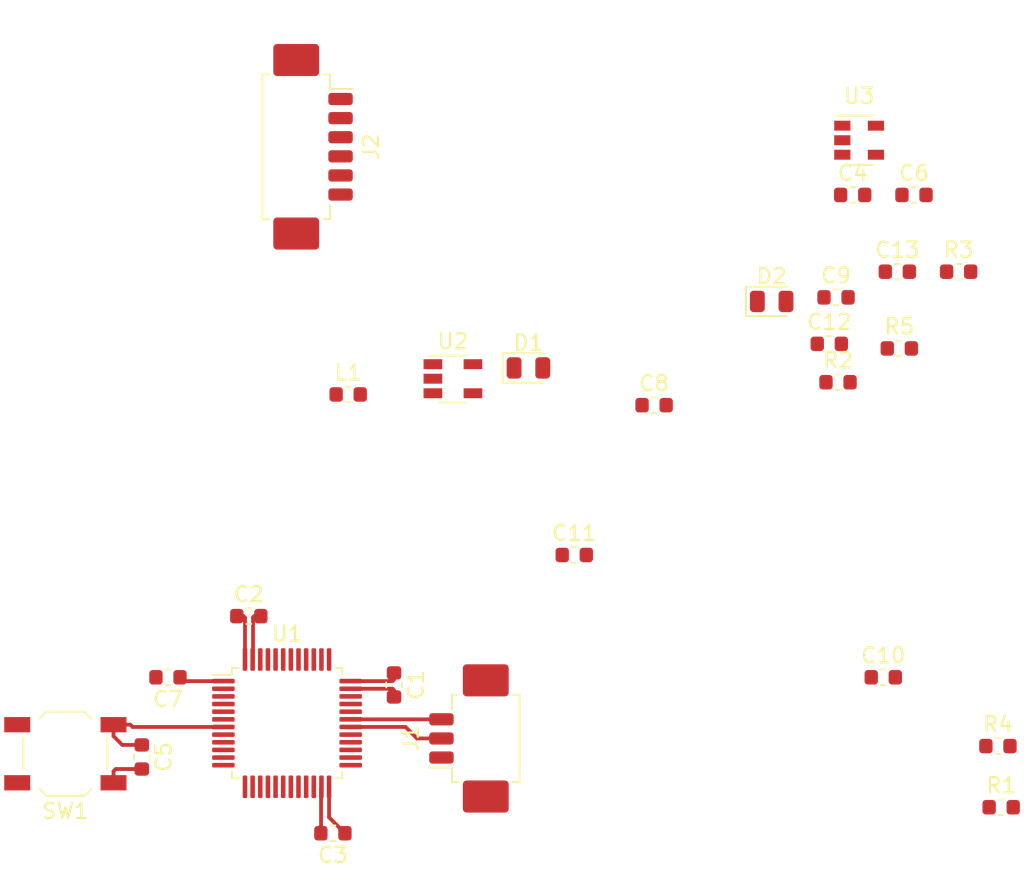
<source format=kicad_pcb>
(kicad_pcb (version 20171130) (host pcbnew "(5.1.5-0-10_14)")

  (general
    (thickness 1.6)
    (drawings 0)
    (tracks 39)
    (zones 0)
    (modules 27)
    (nets 50)
  )

  (page A4)
  (layers
    (0 F.Cu signal)
    (31 B.Cu signal)
    (32 B.Adhes user)
    (33 F.Adhes user)
    (34 B.Paste user)
    (35 F.Paste user)
    (36 B.SilkS user)
    (37 F.SilkS user)
    (38 B.Mask user)
    (39 F.Mask user)
    (40 Dwgs.User user)
    (41 Cmts.User user)
    (42 Eco1.User user)
    (43 Eco2.User user)
    (44 Edge.Cuts user)
    (45 Margin user)
    (46 B.CrtYd user)
    (47 F.CrtYd user)
    (48 B.Fab user)
    (49 F.Fab user)
  )

  (setup
    (last_trace_width 0.25)
    (trace_clearance 0.2)
    (zone_clearance 0.508)
    (zone_45_only no)
    (trace_min 0.2)
    (via_size 0.8)
    (via_drill 0.4)
    (via_min_size 0.4)
    (via_min_drill 0.3)
    (uvia_size 0.3)
    (uvia_drill 0.1)
    (uvias_allowed no)
    (uvia_min_size 0.2)
    (uvia_min_drill 0.1)
    (edge_width 0.05)
    (segment_width 0.2)
    (pcb_text_width 0.3)
    (pcb_text_size 1.5 1.5)
    (mod_edge_width 0.12)
    (mod_text_size 1 1)
    (mod_text_width 0.15)
    (pad_size 1.524 1.524)
    (pad_drill 0.762)
    (pad_to_mask_clearance 0.051)
    (solder_mask_min_width 0.25)
    (aux_axis_origin 0 0)
    (visible_elements FFFFFF7F)
    (pcbplotparams
      (layerselection 0x010fc_ffffffff)
      (usegerberextensions false)
      (usegerberattributes false)
      (usegerberadvancedattributes false)
      (creategerberjobfile false)
      (excludeedgelayer true)
      (linewidth 0.100000)
      (plotframeref false)
      (viasonmask false)
      (mode 1)
      (useauxorigin false)
      (hpglpennumber 1)
      (hpglpenspeed 20)
      (hpglpendiameter 15.000000)
      (psnegative false)
      (psa4output false)
      (plotreference true)
      (plotvalue true)
      (plotinvisibletext false)
      (padsonsilk false)
      (subtractmaskfromsilk false)
      (outputformat 1)
      (mirror false)
      (drillshape 1)
      (scaleselection 1)
      (outputdirectory ""))
  )

  (net 0 "")
  (net 1 GND)
  (net 2 /3V3_D)
  (net 3 /NRST)
  (net 4 /3V3_A)
  (net 5 /V_USB)
  (net 6 /LED_1)
  (net 7 "Net-(D1-Pad1)")
  (net 8 /LED_2)
  (net 9 "Net-(D2-Pad1)")
  (net 10 /USART1_RX)
  (net 11 /USART1_TX)
  (net 12 "Net-(J2-Pad6)")
  (net 13 /SWDIO)
  (net 14 /SWCLK)
  (net 15 "Net-(L1-Pad1)")
  (net 16 "Net-(R1-Pad1)")
  (net 17 "Net-(R5-Pad2)")
  (net 18 /CAN_TX)
  (net 19 /CAN_RX)
  (net 20 "Net-(U1-Pad43)")
  (net 21 "Net-(U1-Pad42)")
  (net 22 "Net-(U1-Pad41)")
  (net 23 "Net-(U1-Pad40)")
  (net 24 "Net-(U1-Pad39)")
  (net 25 "Net-(U1-Pad38)")
  (net 26 "Net-(U1-Pad33)")
  (net 27 "Net-(U1-Pad32)")
  (net 28 "Net-(U1-Pad29)")
  (net 29 "Net-(U1-Pad26)")
  (net 30 "Net-(U1-Pad25)")
  (net 31 "Net-(U1-Pad22)")
  (net 32 "Net-(U1-Pad21)")
  (net 33 "Net-(U1-Pad20)")
  (net 34 "Net-(U1-Pad19)")
  (net 35 "Net-(U1-Pad18)")
  (net 36 "Net-(U1-Pad17)")
  (net 37 "Net-(U1-Pad16)")
  (net 38 "Net-(U1-Pad15)")
  (net 39 "Net-(U1-Pad14)")
  (net 40 "Net-(U1-Pad13)")
  (net 41 "Net-(U1-Pad12)")
  (net 42 "Net-(U1-Pad11)")
  (net 43 /ADC_IN0)
  (net 44 "Net-(U1-Pad6)")
  (net 45 "Net-(U1-Pad5)")
  (net 46 "Net-(U1-Pad4)")
  (net 47 "Net-(U1-Pad3)")
  (net 48 "Net-(U1-Pad2)")
  (net 49 "Net-(U3-Pad4)")

  (net_class Default "This is the default net class."
    (clearance 0.2)
    (trace_width 0.25)
    (via_dia 0.8)
    (via_drill 0.4)
    (uvia_dia 0.3)
    (uvia_drill 0.1)
    (add_net /3V3_A)
    (add_net /3V3_D)
    (add_net /ADC_IN0)
    (add_net /CAN_RX)
    (add_net /CAN_TX)
    (add_net /LED_1)
    (add_net /LED_2)
    (add_net /NRST)
    (add_net /SWCLK)
    (add_net /SWDIO)
    (add_net /USART1_RX)
    (add_net /USART1_TX)
    (add_net /V_USB)
    (add_net GND)
    (add_net "Net-(D1-Pad1)")
    (add_net "Net-(D2-Pad1)")
    (add_net "Net-(J2-Pad6)")
    (add_net "Net-(L1-Pad1)")
    (add_net "Net-(R1-Pad1)")
    (add_net "Net-(R5-Pad2)")
    (add_net "Net-(U1-Pad11)")
    (add_net "Net-(U1-Pad12)")
    (add_net "Net-(U1-Pad13)")
    (add_net "Net-(U1-Pad14)")
    (add_net "Net-(U1-Pad15)")
    (add_net "Net-(U1-Pad16)")
    (add_net "Net-(U1-Pad17)")
    (add_net "Net-(U1-Pad18)")
    (add_net "Net-(U1-Pad19)")
    (add_net "Net-(U1-Pad2)")
    (add_net "Net-(U1-Pad20)")
    (add_net "Net-(U1-Pad21)")
    (add_net "Net-(U1-Pad22)")
    (add_net "Net-(U1-Pad25)")
    (add_net "Net-(U1-Pad26)")
    (add_net "Net-(U1-Pad29)")
    (add_net "Net-(U1-Pad3)")
    (add_net "Net-(U1-Pad32)")
    (add_net "Net-(U1-Pad33)")
    (add_net "Net-(U1-Pad38)")
    (add_net "Net-(U1-Pad39)")
    (add_net "Net-(U1-Pad4)")
    (add_net "Net-(U1-Pad40)")
    (add_net "Net-(U1-Pad41)")
    (add_net "Net-(U1-Pad42)")
    (add_net "Net-(U1-Pad43)")
    (add_net "Net-(U1-Pad5)")
    (add_net "Net-(U1-Pad6)")
    (add_net "Net-(U3-Pad4)")
  )

  (module Package_TO_SOT_SMD:SOT-23-5 (layer F.Cu) (tedit 5A02FF57) (tstamp 5DFACB9D)
    (at 142.42 81.87)
    (descr "5-pin SOT23 package")
    (tags SOT-23-5)
    (path /5E03F175)
    (attr smd)
    (fp_text reference U3 (at 0 -2.9) (layer F.SilkS)
      (effects (font (size 1 1) (thickness 0.15)))
    )
    (fp_text value LP5907MFX-3.3 (at 0 2.9) (layer F.Fab)
      (effects (font (size 1 1) (thickness 0.15)))
    )
    (fp_line (start 0.9 -1.55) (end 0.9 1.55) (layer F.Fab) (width 0.1))
    (fp_line (start 0.9 1.55) (end -0.9 1.55) (layer F.Fab) (width 0.1))
    (fp_line (start -0.9 -0.9) (end -0.9 1.55) (layer F.Fab) (width 0.1))
    (fp_line (start 0.9 -1.55) (end -0.25 -1.55) (layer F.Fab) (width 0.1))
    (fp_line (start -0.9 -0.9) (end -0.25 -1.55) (layer F.Fab) (width 0.1))
    (fp_line (start -1.9 1.8) (end -1.9 -1.8) (layer F.CrtYd) (width 0.05))
    (fp_line (start 1.9 1.8) (end -1.9 1.8) (layer F.CrtYd) (width 0.05))
    (fp_line (start 1.9 -1.8) (end 1.9 1.8) (layer F.CrtYd) (width 0.05))
    (fp_line (start -1.9 -1.8) (end 1.9 -1.8) (layer F.CrtYd) (width 0.05))
    (fp_line (start 0.9 -1.61) (end -1.55 -1.61) (layer F.SilkS) (width 0.12))
    (fp_line (start -0.9 1.61) (end 0.9 1.61) (layer F.SilkS) (width 0.12))
    (fp_text user %R (at 0 0 90) (layer F.Fab)
      (effects (font (size 0.5 0.5) (thickness 0.075)))
    )
    (pad 5 smd rect (at 1.1 -0.95) (size 1.06 0.65) (layers F.Cu F.Paste F.Mask)
      (net 4 /3V3_A))
    (pad 4 smd rect (at 1.1 0.95) (size 1.06 0.65) (layers F.Cu F.Paste F.Mask)
      (net 49 "Net-(U3-Pad4)"))
    (pad 3 smd rect (at -1.1 0.95) (size 1.06 0.65) (layers F.Cu F.Paste F.Mask)
      (net 17 "Net-(R5-Pad2)"))
    (pad 2 smd rect (at -1.1 0) (size 1.06 0.65) (layers F.Cu F.Paste F.Mask)
      (net 1 GND))
    (pad 1 smd rect (at -1.1 -0.95) (size 1.06 0.65) (layers F.Cu F.Paste F.Mask)
      (net 5 /V_USB))
    (model ${KISYS3DMOD}/Package_TO_SOT_SMD.3dshapes/SOT-23-5.wrl
      (at (xyz 0 0 0))
      (scale (xyz 1 1 1))
      (rotate (xyz 0 0 0))
    )
  )

  (module Package_TO_SOT_SMD:TSOT-23-5 (layer F.Cu) (tedit 5A02FF57) (tstamp 5DFACB88)
    (at 115.85 97.47)
    (descr "5-pin TSOT23 package, http://cds.linear.com/docs/en/packaging/SOT_5_05-08-1635.pdf")
    (tags TSOT-23-5)
    (path /5E06E074)
    (attr smd)
    (fp_text reference U2 (at 0 -2.45) (layer F.SilkS)
      (effects (font (size 1 1) (thickness 0.15)))
    )
    (fp_text value LM3670MF (at 0 2.5) (layer F.Fab)
      (effects (font (size 1 1) (thickness 0.15)))
    )
    (fp_line (start 2.17 1.7) (end -2.17 1.7) (layer F.CrtYd) (width 0.05))
    (fp_line (start 2.17 1.7) (end 2.17 -1.7) (layer F.CrtYd) (width 0.05))
    (fp_line (start -2.17 -1.7) (end -2.17 1.7) (layer F.CrtYd) (width 0.05))
    (fp_line (start -2.17 -1.7) (end 2.17 -1.7) (layer F.CrtYd) (width 0.05))
    (fp_line (start 0.88 -1.45) (end 0.88 1.45) (layer F.Fab) (width 0.1))
    (fp_line (start 0.88 1.45) (end -0.88 1.45) (layer F.Fab) (width 0.1))
    (fp_line (start -0.88 -1) (end -0.88 1.45) (layer F.Fab) (width 0.1))
    (fp_line (start 0.88 -1.45) (end -0.43 -1.45) (layer F.Fab) (width 0.1))
    (fp_line (start -0.88 -1) (end -0.43 -1.45) (layer F.Fab) (width 0.1))
    (fp_line (start 0.88 -1.51) (end -1.55 -1.51) (layer F.SilkS) (width 0.12))
    (fp_line (start -0.88 1.56) (end 0.88 1.56) (layer F.SilkS) (width 0.12))
    (fp_text user %R (at 0 0 90) (layer F.Fab)
      (effects (font (size 0.5 0.5) (thickness 0.075)))
    )
    (pad 5 smd rect (at 1.31 -0.95) (size 1.22 0.65) (layers F.Cu F.Paste F.Mask)
      (net 15 "Net-(L1-Pad1)"))
    (pad 4 smd rect (at 1.31 0.95) (size 1.22 0.65) (layers F.Cu F.Paste F.Mask)
      (net 2 /3V3_D))
    (pad 3 smd rect (at -1.31 0.95) (size 1.22 0.65) (layers F.Cu F.Paste F.Mask)
      (net 5 /V_USB))
    (pad 2 smd rect (at -1.31 0) (size 1.22 0.65) (layers F.Cu F.Paste F.Mask)
      (net 1 GND))
    (pad 1 smd rect (at -1.31 -0.95) (size 1.22 0.65) (layers F.Cu F.Paste F.Mask)
      (net 5 /V_USB))
    (model ${KISYS3DMOD}/Package_TO_SOT_SMD.3dshapes/TSOT-23-5.wrl
      (at (xyz 0 0 0))
      (scale (xyz 1 1 1))
      (rotate (xyz 0 0 0))
    )
  )

  (module Package_QFP:LQFP-48_7x7mm_P0.5mm (layer F.Cu) (tedit 5D9F72AF) (tstamp 5DFAD15D)
    (at 105 120)
    (descr "LQFP, 48 Pin (https://www.analog.com/media/en/technical-documentation/data-sheets/ltc2358-16.pdf), generated with kicad-footprint-generator ipc_gullwing_generator.py")
    (tags "LQFP QFP")
    (path /5DFA63AA)
    (attr smd)
    (fp_text reference U1 (at 0 -5.85) (layer F.SilkS)
      (effects (font (size 1 1) (thickness 0.15)))
    )
    (fp_text value STM32F072C8Tx (at 0 5.85) (layer F.Fab)
      (effects (font (size 1 1) (thickness 0.15)))
    )
    (fp_text user %R (at 0 0) (layer F.Fab)
      (effects (font (size 1 1) (thickness 0.15)))
    )
    (fp_line (start 5.15 3.15) (end 5.15 0) (layer F.CrtYd) (width 0.05))
    (fp_line (start 3.75 3.15) (end 5.15 3.15) (layer F.CrtYd) (width 0.05))
    (fp_line (start 3.75 3.75) (end 3.75 3.15) (layer F.CrtYd) (width 0.05))
    (fp_line (start 3.15 3.75) (end 3.75 3.75) (layer F.CrtYd) (width 0.05))
    (fp_line (start 3.15 5.15) (end 3.15 3.75) (layer F.CrtYd) (width 0.05))
    (fp_line (start 0 5.15) (end 3.15 5.15) (layer F.CrtYd) (width 0.05))
    (fp_line (start -5.15 3.15) (end -5.15 0) (layer F.CrtYd) (width 0.05))
    (fp_line (start -3.75 3.15) (end -5.15 3.15) (layer F.CrtYd) (width 0.05))
    (fp_line (start -3.75 3.75) (end -3.75 3.15) (layer F.CrtYd) (width 0.05))
    (fp_line (start -3.15 3.75) (end -3.75 3.75) (layer F.CrtYd) (width 0.05))
    (fp_line (start -3.15 5.15) (end -3.15 3.75) (layer F.CrtYd) (width 0.05))
    (fp_line (start 0 5.15) (end -3.15 5.15) (layer F.CrtYd) (width 0.05))
    (fp_line (start 5.15 -3.15) (end 5.15 0) (layer F.CrtYd) (width 0.05))
    (fp_line (start 3.75 -3.15) (end 5.15 -3.15) (layer F.CrtYd) (width 0.05))
    (fp_line (start 3.75 -3.75) (end 3.75 -3.15) (layer F.CrtYd) (width 0.05))
    (fp_line (start 3.15 -3.75) (end 3.75 -3.75) (layer F.CrtYd) (width 0.05))
    (fp_line (start 3.15 -5.15) (end 3.15 -3.75) (layer F.CrtYd) (width 0.05))
    (fp_line (start 0 -5.15) (end 3.15 -5.15) (layer F.CrtYd) (width 0.05))
    (fp_line (start -5.15 -3.15) (end -5.15 0) (layer F.CrtYd) (width 0.05))
    (fp_line (start -3.75 -3.15) (end -5.15 -3.15) (layer F.CrtYd) (width 0.05))
    (fp_line (start -3.75 -3.75) (end -3.75 -3.15) (layer F.CrtYd) (width 0.05))
    (fp_line (start -3.15 -3.75) (end -3.75 -3.75) (layer F.CrtYd) (width 0.05))
    (fp_line (start -3.15 -5.15) (end -3.15 -3.75) (layer F.CrtYd) (width 0.05))
    (fp_line (start 0 -5.15) (end -3.15 -5.15) (layer F.CrtYd) (width 0.05))
    (fp_line (start -3.5 -2.5) (end -2.5 -3.5) (layer F.Fab) (width 0.1))
    (fp_line (start -3.5 3.5) (end -3.5 -2.5) (layer F.Fab) (width 0.1))
    (fp_line (start 3.5 3.5) (end -3.5 3.5) (layer F.Fab) (width 0.1))
    (fp_line (start 3.5 -3.5) (end 3.5 3.5) (layer F.Fab) (width 0.1))
    (fp_line (start -2.5 -3.5) (end 3.5 -3.5) (layer F.Fab) (width 0.1))
    (fp_line (start -3.61 -3.16) (end -4.9 -3.16) (layer F.SilkS) (width 0.12))
    (fp_line (start -3.61 -3.61) (end -3.61 -3.16) (layer F.SilkS) (width 0.12))
    (fp_line (start -3.16 -3.61) (end -3.61 -3.61) (layer F.SilkS) (width 0.12))
    (fp_line (start 3.61 -3.61) (end 3.61 -3.16) (layer F.SilkS) (width 0.12))
    (fp_line (start 3.16 -3.61) (end 3.61 -3.61) (layer F.SilkS) (width 0.12))
    (fp_line (start -3.61 3.61) (end -3.61 3.16) (layer F.SilkS) (width 0.12))
    (fp_line (start -3.16 3.61) (end -3.61 3.61) (layer F.SilkS) (width 0.12))
    (fp_line (start 3.61 3.61) (end 3.61 3.16) (layer F.SilkS) (width 0.12))
    (fp_line (start 3.16 3.61) (end 3.61 3.61) (layer F.SilkS) (width 0.12))
    (pad 48 smd roundrect (at -2.75 -4.1625) (size 0.3 1.475) (layers F.Cu F.Paste F.Mask) (roundrect_rratio 0.25)
      (net 2 /3V3_D))
    (pad 47 smd roundrect (at -2.25 -4.1625) (size 0.3 1.475) (layers F.Cu F.Paste F.Mask) (roundrect_rratio 0.25)
      (net 1 GND))
    (pad 46 smd roundrect (at -1.75 -4.1625) (size 0.3 1.475) (layers F.Cu F.Paste F.Mask) (roundrect_rratio 0.25)
      (net 18 /CAN_TX))
    (pad 45 smd roundrect (at -1.25 -4.1625) (size 0.3 1.475) (layers F.Cu F.Paste F.Mask) (roundrect_rratio 0.25)
      (net 19 /CAN_RX))
    (pad 44 smd roundrect (at -0.75 -4.1625) (size 0.3 1.475) (layers F.Cu F.Paste F.Mask) (roundrect_rratio 0.25)
      (net 16 "Net-(R1-Pad1)"))
    (pad 43 smd roundrect (at -0.25 -4.1625) (size 0.3 1.475) (layers F.Cu F.Paste F.Mask) (roundrect_rratio 0.25)
      (net 20 "Net-(U1-Pad43)"))
    (pad 42 smd roundrect (at 0.25 -4.1625) (size 0.3 1.475) (layers F.Cu F.Paste F.Mask) (roundrect_rratio 0.25)
      (net 21 "Net-(U1-Pad42)"))
    (pad 41 smd roundrect (at 0.75 -4.1625) (size 0.3 1.475) (layers F.Cu F.Paste F.Mask) (roundrect_rratio 0.25)
      (net 22 "Net-(U1-Pad41)"))
    (pad 40 smd roundrect (at 1.25 -4.1625) (size 0.3 1.475) (layers F.Cu F.Paste F.Mask) (roundrect_rratio 0.25)
      (net 23 "Net-(U1-Pad40)"))
    (pad 39 smd roundrect (at 1.75 -4.1625) (size 0.3 1.475) (layers F.Cu F.Paste F.Mask) (roundrect_rratio 0.25)
      (net 24 "Net-(U1-Pad39)"))
    (pad 38 smd roundrect (at 2.25 -4.1625) (size 0.3 1.475) (layers F.Cu F.Paste F.Mask) (roundrect_rratio 0.25)
      (net 25 "Net-(U1-Pad38)"))
    (pad 37 smd roundrect (at 2.75 -4.1625) (size 0.3 1.475) (layers F.Cu F.Paste F.Mask) (roundrect_rratio 0.25)
      (net 14 /SWCLK))
    (pad 36 smd roundrect (at 4.1625 -2.75) (size 1.475 0.3) (layers F.Cu F.Paste F.Mask) (roundrect_rratio 0.25)
      (net 2 /3V3_D))
    (pad 35 smd roundrect (at 4.1625 -2.25) (size 1.475 0.3) (layers F.Cu F.Paste F.Mask) (roundrect_rratio 0.25)
      (net 1 GND))
    (pad 34 smd roundrect (at 4.1625 -1.75) (size 1.475 0.3) (layers F.Cu F.Paste F.Mask) (roundrect_rratio 0.25)
      (net 13 /SWDIO))
    (pad 33 smd roundrect (at 4.1625 -1.25) (size 1.475 0.3) (layers F.Cu F.Paste F.Mask) (roundrect_rratio 0.25)
      (net 26 "Net-(U1-Pad33)"))
    (pad 32 smd roundrect (at 4.1625 -0.75) (size 1.475 0.3) (layers F.Cu F.Paste F.Mask) (roundrect_rratio 0.25)
      (net 27 "Net-(U1-Pad32)"))
    (pad 31 smd roundrect (at 4.1625 -0.25) (size 1.475 0.3) (layers F.Cu F.Paste F.Mask) (roundrect_rratio 0.25)
      (net 10 /USART1_RX))
    (pad 30 smd roundrect (at 4.1625 0.25) (size 1.475 0.3) (layers F.Cu F.Paste F.Mask) (roundrect_rratio 0.25)
      (net 11 /USART1_TX))
    (pad 29 smd roundrect (at 4.1625 0.75) (size 1.475 0.3) (layers F.Cu F.Paste F.Mask) (roundrect_rratio 0.25)
      (net 28 "Net-(U1-Pad29)"))
    (pad 28 smd roundrect (at 4.1625 1.25) (size 1.475 0.3) (layers F.Cu F.Paste F.Mask) (roundrect_rratio 0.25)
      (net 8 /LED_2))
    (pad 27 smd roundrect (at 4.1625 1.75) (size 1.475 0.3) (layers F.Cu F.Paste F.Mask) (roundrect_rratio 0.25)
      (net 6 /LED_1))
    (pad 26 smd roundrect (at 4.1625 2.25) (size 1.475 0.3) (layers F.Cu F.Paste F.Mask) (roundrect_rratio 0.25)
      (net 29 "Net-(U1-Pad26)"))
    (pad 25 smd roundrect (at 4.1625 2.75) (size 1.475 0.3) (layers F.Cu F.Paste F.Mask) (roundrect_rratio 0.25)
      (net 30 "Net-(U1-Pad25)"))
    (pad 24 smd roundrect (at 2.75 4.1625) (size 0.3 1.475) (layers F.Cu F.Paste F.Mask) (roundrect_rratio 0.25)
      (net 2 /3V3_D))
    (pad 23 smd roundrect (at 2.25 4.1625) (size 0.3 1.475) (layers F.Cu F.Paste F.Mask) (roundrect_rratio 0.25)
      (net 1 GND))
    (pad 22 smd roundrect (at 1.75 4.1625) (size 0.3 1.475) (layers F.Cu F.Paste F.Mask) (roundrect_rratio 0.25)
      (net 31 "Net-(U1-Pad22)"))
    (pad 21 smd roundrect (at 1.25 4.1625) (size 0.3 1.475) (layers F.Cu F.Paste F.Mask) (roundrect_rratio 0.25)
      (net 32 "Net-(U1-Pad21)"))
    (pad 20 smd roundrect (at 0.75 4.1625) (size 0.3 1.475) (layers F.Cu F.Paste F.Mask) (roundrect_rratio 0.25)
      (net 33 "Net-(U1-Pad20)"))
    (pad 19 smd roundrect (at 0.25 4.1625) (size 0.3 1.475) (layers F.Cu F.Paste F.Mask) (roundrect_rratio 0.25)
      (net 34 "Net-(U1-Pad19)"))
    (pad 18 smd roundrect (at -0.25 4.1625) (size 0.3 1.475) (layers F.Cu F.Paste F.Mask) (roundrect_rratio 0.25)
      (net 35 "Net-(U1-Pad18)"))
    (pad 17 smd roundrect (at -0.75 4.1625) (size 0.3 1.475) (layers F.Cu F.Paste F.Mask) (roundrect_rratio 0.25)
      (net 36 "Net-(U1-Pad17)"))
    (pad 16 smd roundrect (at -1.25 4.1625) (size 0.3 1.475) (layers F.Cu F.Paste F.Mask) (roundrect_rratio 0.25)
      (net 37 "Net-(U1-Pad16)"))
    (pad 15 smd roundrect (at -1.75 4.1625) (size 0.3 1.475) (layers F.Cu F.Paste F.Mask) (roundrect_rratio 0.25)
      (net 38 "Net-(U1-Pad15)"))
    (pad 14 smd roundrect (at -2.25 4.1625) (size 0.3 1.475) (layers F.Cu F.Paste F.Mask) (roundrect_rratio 0.25)
      (net 39 "Net-(U1-Pad14)"))
    (pad 13 smd roundrect (at -2.75 4.1625) (size 0.3 1.475) (layers F.Cu F.Paste F.Mask) (roundrect_rratio 0.25)
      (net 40 "Net-(U1-Pad13)"))
    (pad 12 smd roundrect (at -4.1625 2.75) (size 1.475 0.3) (layers F.Cu F.Paste F.Mask) (roundrect_rratio 0.25)
      (net 41 "Net-(U1-Pad12)"))
    (pad 11 smd roundrect (at -4.1625 2.25) (size 1.475 0.3) (layers F.Cu F.Paste F.Mask) (roundrect_rratio 0.25)
      (net 42 "Net-(U1-Pad11)"))
    (pad 10 smd roundrect (at -4.1625 1.75) (size 1.475 0.3) (layers F.Cu F.Paste F.Mask) (roundrect_rratio 0.25)
      (net 43 /ADC_IN0))
    (pad 9 smd roundrect (at -4.1625 1.25) (size 1.475 0.3) (layers F.Cu F.Paste F.Mask) (roundrect_rratio 0.25)
      (net 4 /3V3_A))
    (pad 8 smd roundrect (at -4.1625 0.75) (size 1.475 0.3) (layers F.Cu F.Paste F.Mask) (roundrect_rratio 0.25)
      (net 1 GND))
    (pad 7 smd roundrect (at -4.1625 0.25) (size 1.475 0.3) (layers F.Cu F.Paste F.Mask) (roundrect_rratio 0.25)
      (net 3 /NRST))
    (pad 6 smd roundrect (at -4.1625 -0.25) (size 1.475 0.3) (layers F.Cu F.Paste F.Mask) (roundrect_rratio 0.25)
      (net 44 "Net-(U1-Pad6)"))
    (pad 5 smd roundrect (at -4.1625 -0.75) (size 1.475 0.3) (layers F.Cu F.Paste F.Mask) (roundrect_rratio 0.25)
      (net 45 "Net-(U1-Pad5)"))
    (pad 4 smd roundrect (at -4.1625 -1.25) (size 1.475 0.3) (layers F.Cu F.Paste F.Mask) (roundrect_rratio 0.25)
      (net 46 "Net-(U1-Pad4)"))
    (pad 3 smd roundrect (at -4.1625 -1.75) (size 1.475 0.3) (layers F.Cu F.Paste F.Mask) (roundrect_rratio 0.25)
      (net 47 "Net-(U1-Pad3)"))
    (pad 2 smd roundrect (at -4.1625 -2.25) (size 1.475 0.3) (layers F.Cu F.Paste F.Mask) (roundrect_rratio 0.25)
      (net 48 "Net-(U1-Pad2)"))
    (pad 1 smd roundrect (at -4.1625 -2.75) (size 1.475 0.3) (layers F.Cu F.Paste F.Mask) (roundrect_rratio 0.25)
      (net 2 /3V3_D))
    (model ${KISYS3DMOD}/Package_QFP.3dshapes/LQFP-48_7x7mm_P0.5mm.wrl
      (at (xyz 0 0 0))
      (scale (xyz 1 1 1))
      (rotate (xyz 0 0 0))
    )
  )

  (module Button_Switch_SMD:SW_SPST_TL3342 (layer F.Cu) (tedit 5A02FC95) (tstamp 5DFACB18)
    (at 90.5 122 180)
    (descr "Low-profile SMD Tactile Switch, https://www.e-switch.com/system/asset/product_line/data_sheet/165/TL3342.pdf")
    (tags "SPST Tactile Switch")
    (path /5DFF5AE9)
    (attr smd)
    (fp_text reference SW1 (at 0 -3.75) (layer F.SilkS)
      (effects (font (size 1 1) (thickness 0.15)))
    )
    (fp_text value SW_Push (at 0 3.75) (layer F.Fab)
      (effects (font (size 1 1) (thickness 0.15)))
    )
    (fp_circle (center 0 0) (end 1 0) (layer F.Fab) (width 0.1))
    (fp_line (start -4.25 3) (end -4.25 -3) (layer F.CrtYd) (width 0.05))
    (fp_line (start 4.25 3) (end -4.25 3) (layer F.CrtYd) (width 0.05))
    (fp_line (start 4.25 -3) (end 4.25 3) (layer F.CrtYd) (width 0.05))
    (fp_line (start -4.25 -3) (end 4.25 -3) (layer F.CrtYd) (width 0.05))
    (fp_line (start -1.2 -2.6) (end -2.6 -1.2) (layer F.Fab) (width 0.1))
    (fp_line (start 1.2 -2.6) (end -1.2 -2.6) (layer F.Fab) (width 0.1))
    (fp_line (start 2.6 -1.2) (end 1.2 -2.6) (layer F.Fab) (width 0.1))
    (fp_line (start 2.6 1.2) (end 2.6 -1.2) (layer F.Fab) (width 0.1))
    (fp_line (start 1.2 2.6) (end 2.6 1.2) (layer F.Fab) (width 0.1))
    (fp_line (start -1.2 2.6) (end 1.2 2.6) (layer F.Fab) (width 0.1))
    (fp_line (start -2.6 1.2) (end -1.2 2.6) (layer F.Fab) (width 0.1))
    (fp_line (start -2.6 -1.2) (end -2.6 1.2) (layer F.Fab) (width 0.1))
    (fp_line (start -1.25 -2.75) (end 1.25 -2.75) (layer F.SilkS) (width 0.12))
    (fp_line (start -2.75 -1) (end -2.75 1) (layer F.SilkS) (width 0.12))
    (fp_line (start -1.25 2.75) (end 1.25 2.75) (layer F.SilkS) (width 0.12))
    (fp_line (start 2.75 -1) (end 2.75 1) (layer F.SilkS) (width 0.12))
    (fp_line (start -2 1) (end -2 -1) (layer F.Fab) (width 0.1))
    (fp_line (start -1 2) (end -2 1) (layer F.Fab) (width 0.1))
    (fp_line (start 1 2) (end -1 2) (layer F.Fab) (width 0.1))
    (fp_line (start 2 1) (end 1 2) (layer F.Fab) (width 0.1))
    (fp_line (start 2 -1) (end 2 1) (layer F.Fab) (width 0.1))
    (fp_line (start 1 -2) (end 2 -1) (layer F.Fab) (width 0.1))
    (fp_line (start -1 -2) (end 1 -2) (layer F.Fab) (width 0.1))
    (fp_line (start -2 -1) (end -1 -2) (layer F.Fab) (width 0.1))
    (fp_line (start -1.7 -2.3) (end -1.25 -2.75) (layer F.SilkS) (width 0.12))
    (fp_line (start 1.7 -2.3) (end 1.25 -2.75) (layer F.SilkS) (width 0.12))
    (fp_line (start 1.7 2.3) (end 1.25 2.75) (layer F.SilkS) (width 0.12))
    (fp_line (start -1.7 2.3) (end -1.25 2.75) (layer F.SilkS) (width 0.12))
    (fp_line (start 3.2 1.6) (end 2.2 1.6) (layer F.Fab) (width 0.1))
    (fp_line (start 2.7 2.1) (end 2.7 1.6) (layer F.Fab) (width 0.1))
    (fp_line (start 1.7 2.1) (end 3.2 2.1) (layer F.Fab) (width 0.1))
    (fp_line (start -1.7 2.1) (end -3.2 2.1) (layer F.Fab) (width 0.1))
    (fp_line (start -3.2 1.6) (end -2.2 1.6) (layer F.Fab) (width 0.1))
    (fp_line (start -2.7 2.1) (end -2.7 1.6) (layer F.Fab) (width 0.1))
    (fp_line (start -3.2 -1.6) (end -2.2 -1.6) (layer F.Fab) (width 0.1))
    (fp_line (start -1.7 -2.1) (end -3.2 -2.1) (layer F.Fab) (width 0.1))
    (fp_line (start -2.7 -2.1) (end -2.7 -1.6) (layer F.Fab) (width 0.1))
    (fp_line (start 3.2 -1.6) (end 2.2 -1.6) (layer F.Fab) (width 0.1))
    (fp_line (start 1.7 -2.1) (end 3.2 -2.1) (layer F.Fab) (width 0.1))
    (fp_line (start 2.7 -2.1) (end 2.7 -1.6) (layer F.Fab) (width 0.1))
    (fp_line (start -3.2 -2.1) (end -3.2 -1.6) (layer F.Fab) (width 0.1))
    (fp_line (start -3.2 2.1) (end -3.2 1.6) (layer F.Fab) (width 0.1))
    (fp_line (start 3.2 -2.1) (end 3.2 -1.6) (layer F.Fab) (width 0.1))
    (fp_line (start 3.2 2.1) (end 3.2 1.6) (layer F.Fab) (width 0.1))
    (fp_text user %R (at 0 -3.75) (layer F.Fab)
      (effects (font (size 1 1) (thickness 0.15)))
    )
    (pad 2 smd rect (at 3.15 1.9 180) (size 1.7 1) (layers F.Cu F.Paste F.Mask)
      (net 3 /NRST))
    (pad 2 smd rect (at -3.15 1.9 180) (size 1.7 1) (layers F.Cu F.Paste F.Mask)
      (net 3 /NRST))
    (pad 1 smd rect (at 3.15 -1.9 180) (size 1.7 1) (layers F.Cu F.Paste F.Mask)
      (net 1 GND))
    (pad 1 smd rect (at -3.15 -1.9 180) (size 1.7 1) (layers F.Cu F.Paste F.Mask)
      (net 1 GND))
    (model ${KISYS3DMOD}/Button_Switch_SMD.3dshapes/SW_SPST_TL3342.wrl
      (at (xyz 0 0 0))
      (scale (xyz 1 1 1))
      (rotate (xyz 0 0 0))
    )
  )

  (module Resistor_SMD:R_0603_1608Metric (layer F.Cu) (tedit 5B301BBD) (tstamp 5DFACAE2)
    (at 145.05 95.49)
    (descr "Resistor SMD 0603 (1608 Metric), square (rectangular) end terminal, IPC_7351 nominal, (Body size source: http://www.tortai-tech.com/upload/download/2011102023233369053.pdf), generated with kicad-footprint-generator")
    (tags resistor)
    (path /5E044E4F)
    (attr smd)
    (fp_text reference R5 (at 0 -1.43) (layer F.SilkS)
      (effects (font (size 1 1) (thickness 0.15)))
    )
    (fp_text value 470k (at 0 1.43) (layer F.Fab)
      (effects (font (size 1 1) (thickness 0.15)))
    )
    (fp_text user %R (at 0 0) (layer F.Fab)
      (effects (font (size 0.4 0.4) (thickness 0.06)))
    )
    (fp_line (start 1.48 0.73) (end -1.48 0.73) (layer F.CrtYd) (width 0.05))
    (fp_line (start 1.48 -0.73) (end 1.48 0.73) (layer F.CrtYd) (width 0.05))
    (fp_line (start -1.48 -0.73) (end 1.48 -0.73) (layer F.CrtYd) (width 0.05))
    (fp_line (start -1.48 0.73) (end -1.48 -0.73) (layer F.CrtYd) (width 0.05))
    (fp_line (start -0.162779 0.51) (end 0.162779 0.51) (layer F.SilkS) (width 0.12))
    (fp_line (start -0.162779 -0.51) (end 0.162779 -0.51) (layer F.SilkS) (width 0.12))
    (fp_line (start 0.8 0.4) (end -0.8 0.4) (layer F.Fab) (width 0.1))
    (fp_line (start 0.8 -0.4) (end 0.8 0.4) (layer F.Fab) (width 0.1))
    (fp_line (start -0.8 -0.4) (end 0.8 -0.4) (layer F.Fab) (width 0.1))
    (fp_line (start -0.8 0.4) (end -0.8 -0.4) (layer F.Fab) (width 0.1))
    (pad 2 smd roundrect (at 0.7875 0) (size 0.875 0.95) (layers F.Cu F.Paste F.Mask) (roundrect_rratio 0.25)
      (net 17 "Net-(R5-Pad2)"))
    (pad 1 smd roundrect (at -0.7875 0) (size 0.875 0.95) (layers F.Cu F.Paste F.Mask) (roundrect_rratio 0.25)
      (net 5 /V_USB))
    (model ${KISYS3DMOD}/Resistor_SMD.3dshapes/R_0603_1608Metric.wrl
      (at (xyz 0 0 0))
      (scale (xyz 1 1 1))
      (rotate (xyz 0 0 0))
    )
  )

  (module Resistor_SMD:R_0603_1608Metric (layer F.Cu) (tedit 5B301BBD) (tstamp 5DFACAD1)
    (at 151.5 121.5)
    (descr "Resistor SMD 0603 (1608 Metric), square (rectangular) end terminal, IPC_7351 nominal, (Body size source: http://www.tortai-tech.com/upload/download/2011102023233369053.pdf), generated with kicad-footprint-generator")
    (tags resistor)
    (path /5DFC973E)
    (attr smd)
    (fp_text reference R4 (at 0 -1.43) (layer F.SilkS)
      (effects (font (size 1 1) (thickness 0.15)))
    )
    (fp_text value 10k (at 0 1.43) (layer F.Fab)
      (effects (font (size 1 1) (thickness 0.15)))
    )
    (fp_text user %R (at 0 0) (layer F.Fab)
      (effects (font (size 0.4 0.4) (thickness 0.06)))
    )
    (fp_line (start 1.48 0.73) (end -1.48 0.73) (layer F.CrtYd) (width 0.05))
    (fp_line (start 1.48 -0.73) (end 1.48 0.73) (layer F.CrtYd) (width 0.05))
    (fp_line (start -1.48 -0.73) (end 1.48 -0.73) (layer F.CrtYd) (width 0.05))
    (fp_line (start -1.48 0.73) (end -1.48 -0.73) (layer F.CrtYd) (width 0.05))
    (fp_line (start -0.162779 0.51) (end 0.162779 0.51) (layer F.SilkS) (width 0.12))
    (fp_line (start -0.162779 -0.51) (end 0.162779 -0.51) (layer F.SilkS) (width 0.12))
    (fp_line (start 0.8 0.4) (end -0.8 0.4) (layer F.Fab) (width 0.1))
    (fp_line (start 0.8 -0.4) (end 0.8 0.4) (layer F.Fab) (width 0.1))
    (fp_line (start -0.8 -0.4) (end 0.8 -0.4) (layer F.Fab) (width 0.1))
    (fp_line (start -0.8 0.4) (end -0.8 -0.4) (layer F.Fab) (width 0.1))
    (pad 2 smd roundrect (at 0.7875 0) (size 0.875 0.95) (layers F.Cu F.Paste F.Mask) (roundrect_rratio 0.25)
      (net 2 /3V3_D))
    (pad 1 smd roundrect (at -0.7875 0) (size 0.875 0.95) (layers F.Cu F.Paste F.Mask) (roundrect_rratio 0.25)
      (net 16 "Net-(R1-Pad1)"))
    (model ${KISYS3DMOD}/Resistor_SMD.3dshapes/R_0603_1608Metric.wrl
      (at (xyz 0 0 0))
      (scale (xyz 1 1 1))
      (rotate (xyz 0 0 0))
    )
  )

  (module Resistor_SMD:R_0603_1608Metric (layer F.Cu) (tedit 5B301BBD) (tstamp 5DFACAC0)
    (at 148.93 90.47)
    (descr "Resistor SMD 0603 (1608 Metric), square (rectangular) end terminal, IPC_7351 nominal, (Body size source: http://www.tortai-tech.com/upload/download/2011102023233369053.pdf), generated with kicad-footprint-generator")
    (tags resistor)
    (path /5DFBDCA4)
    (attr smd)
    (fp_text reference R3 (at 0 -1.43) (layer F.SilkS)
      (effects (font (size 1 1) (thickness 0.15)))
    )
    (fp_text value 10k (at 0 1.43) (layer F.Fab)
      (effects (font (size 1 1) (thickness 0.15)))
    )
    (fp_text user %R (at 0 0) (layer F.Fab)
      (effects (font (size 0.4 0.4) (thickness 0.06)))
    )
    (fp_line (start 1.48 0.73) (end -1.48 0.73) (layer F.CrtYd) (width 0.05))
    (fp_line (start 1.48 -0.73) (end 1.48 0.73) (layer F.CrtYd) (width 0.05))
    (fp_line (start -1.48 -0.73) (end 1.48 -0.73) (layer F.CrtYd) (width 0.05))
    (fp_line (start -1.48 0.73) (end -1.48 -0.73) (layer F.CrtYd) (width 0.05))
    (fp_line (start -0.162779 0.51) (end 0.162779 0.51) (layer F.SilkS) (width 0.12))
    (fp_line (start -0.162779 -0.51) (end 0.162779 -0.51) (layer F.SilkS) (width 0.12))
    (fp_line (start 0.8 0.4) (end -0.8 0.4) (layer F.Fab) (width 0.1))
    (fp_line (start 0.8 -0.4) (end 0.8 0.4) (layer F.Fab) (width 0.1))
    (fp_line (start -0.8 -0.4) (end 0.8 -0.4) (layer F.Fab) (width 0.1))
    (fp_line (start -0.8 0.4) (end -0.8 -0.4) (layer F.Fab) (width 0.1))
    (pad 2 smd roundrect (at 0.7875 0) (size 0.875 0.95) (layers F.Cu F.Paste F.Mask) (roundrect_rratio 0.25)
      (net 9 "Net-(D2-Pad1)"))
    (pad 1 smd roundrect (at -0.7875 0) (size 0.875 0.95) (layers F.Cu F.Paste F.Mask) (roundrect_rratio 0.25)
      (net 1 GND))
    (model ${KISYS3DMOD}/Resistor_SMD.3dshapes/R_0603_1608Metric.wrl
      (at (xyz 0 0 0))
      (scale (xyz 1 1 1))
      (rotate (xyz 0 0 0))
    )
  )

  (module Resistor_SMD:R_0603_1608Metric (layer F.Cu) (tedit 5B301BBD) (tstamp 5DFACAAF)
    (at 141.04 97.7)
    (descr "Resistor SMD 0603 (1608 Metric), square (rectangular) end terminal, IPC_7351 nominal, (Body size source: http://www.tortai-tech.com/upload/download/2011102023233369053.pdf), generated with kicad-footprint-generator")
    (tags resistor)
    (path /5DFBB608)
    (attr smd)
    (fp_text reference R2 (at 0 -1.43) (layer F.SilkS)
      (effects (font (size 1 1) (thickness 0.15)))
    )
    (fp_text value 10k (at 0 1.43) (layer F.Fab)
      (effects (font (size 1 1) (thickness 0.15)))
    )
    (fp_text user %R (at 0 0) (layer F.Fab)
      (effects (font (size 0.4 0.4) (thickness 0.06)))
    )
    (fp_line (start 1.48 0.73) (end -1.48 0.73) (layer F.CrtYd) (width 0.05))
    (fp_line (start 1.48 -0.73) (end 1.48 0.73) (layer F.CrtYd) (width 0.05))
    (fp_line (start -1.48 -0.73) (end 1.48 -0.73) (layer F.CrtYd) (width 0.05))
    (fp_line (start -1.48 0.73) (end -1.48 -0.73) (layer F.CrtYd) (width 0.05))
    (fp_line (start -0.162779 0.51) (end 0.162779 0.51) (layer F.SilkS) (width 0.12))
    (fp_line (start -0.162779 -0.51) (end 0.162779 -0.51) (layer F.SilkS) (width 0.12))
    (fp_line (start 0.8 0.4) (end -0.8 0.4) (layer F.Fab) (width 0.1))
    (fp_line (start 0.8 -0.4) (end 0.8 0.4) (layer F.Fab) (width 0.1))
    (fp_line (start -0.8 -0.4) (end 0.8 -0.4) (layer F.Fab) (width 0.1))
    (fp_line (start -0.8 0.4) (end -0.8 -0.4) (layer F.Fab) (width 0.1))
    (pad 2 smd roundrect (at 0.7875 0) (size 0.875 0.95) (layers F.Cu F.Paste F.Mask) (roundrect_rratio 0.25)
      (net 7 "Net-(D1-Pad1)"))
    (pad 1 smd roundrect (at -0.7875 0) (size 0.875 0.95) (layers F.Cu F.Paste F.Mask) (roundrect_rratio 0.25)
      (net 1 GND))
    (model ${KISYS3DMOD}/Resistor_SMD.3dshapes/R_0603_1608Metric.wrl
      (at (xyz 0 0 0))
      (scale (xyz 1 1 1))
      (rotate (xyz 0 0 0))
    )
  )

  (module Resistor_SMD:R_0603_1608Metric (layer F.Cu) (tedit 5B301BBD) (tstamp 5DFACA9E)
    (at 151.7125 125.5)
    (descr "Resistor SMD 0603 (1608 Metric), square (rectangular) end terminal, IPC_7351 nominal, (Body size source: http://www.tortai-tech.com/upload/download/2011102023233369053.pdf), generated with kicad-footprint-generator")
    (tags resistor)
    (path /5DFC52A9)
    (attr smd)
    (fp_text reference R1 (at 0 -1.43) (layer F.SilkS)
      (effects (font (size 1 1) (thickness 0.15)))
    )
    (fp_text value 10k (at 0 1.43) (layer F.Fab)
      (effects (font (size 1 1) (thickness 0.15)))
    )
    (fp_text user %R (at 0 0) (layer F.Fab)
      (effects (font (size 0.4 0.4) (thickness 0.06)))
    )
    (fp_line (start 1.48 0.73) (end -1.48 0.73) (layer F.CrtYd) (width 0.05))
    (fp_line (start 1.48 -0.73) (end 1.48 0.73) (layer F.CrtYd) (width 0.05))
    (fp_line (start -1.48 -0.73) (end 1.48 -0.73) (layer F.CrtYd) (width 0.05))
    (fp_line (start -1.48 0.73) (end -1.48 -0.73) (layer F.CrtYd) (width 0.05))
    (fp_line (start -0.162779 0.51) (end 0.162779 0.51) (layer F.SilkS) (width 0.12))
    (fp_line (start -0.162779 -0.51) (end 0.162779 -0.51) (layer F.SilkS) (width 0.12))
    (fp_line (start 0.8 0.4) (end -0.8 0.4) (layer F.Fab) (width 0.1))
    (fp_line (start 0.8 -0.4) (end 0.8 0.4) (layer F.Fab) (width 0.1))
    (fp_line (start -0.8 -0.4) (end 0.8 -0.4) (layer F.Fab) (width 0.1))
    (fp_line (start -0.8 0.4) (end -0.8 -0.4) (layer F.Fab) (width 0.1))
    (pad 2 smd roundrect (at 0.7875 0) (size 0.875 0.95) (layers F.Cu F.Paste F.Mask) (roundrect_rratio 0.25)
      (net 1 GND))
    (pad 1 smd roundrect (at -0.7875 0) (size 0.875 0.95) (layers F.Cu F.Paste F.Mask) (roundrect_rratio 0.25)
      (net 16 "Net-(R1-Pad1)"))
    (model ${KISYS3DMOD}/Resistor_SMD.3dshapes/R_0603_1608Metric.wrl
      (at (xyz 0 0 0))
      (scale (xyz 1 1 1))
      (rotate (xyz 0 0 0))
    )
  )

  (module Inductor_SMD:L_0603_1608Metric (layer F.Cu) (tedit 5B301BBE) (tstamp 5DFACA8D)
    (at 109 98.5)
    (descr "Inductor SMD 0603 (1608 Metric), square (rectangular) end terminal, IPC_7351 nominal, (Body size source: http://www.tortai-tech.com/upload/download/2011102023233369053.pdf), generated with kicad-footprint-generator")
    (tags inductor)
    (path /5E081014)
    (attr smd)
    (fp_text reference L1 (at 0 -1.43) (layer F.SilkS)
      (effects (font (size 1 1) (thickness 0.15)))
    )
    (fp_text value 10u (at 0 1.43) (layer F.Fab)
      (effects (font (size 1 1) (thickness 0.15)))
    )
    (fp_text user %R (at 0 0) (layer F.Fab)
      (effects (font (size 0.4 0.4) (thickness 0.06)))
    )
    (fp_line (start 1.48 0.73) (end -1.48 0.73) (layer F.CrtYd) (width 0.05))
    (fp_line (start 1.48 -0.73) (end 1.48 0.73) (layer F.CrtYd) (width 0.05))
    (fp_line (start -1.48 -0.73) (end 1.48 -0.73) (layer F.CrtYd) (width 0.05))
    (fp_line (start -1.48 0.73) (end -1.48 -0.73) (layer F.CrtYd) (width 0.05))
    (fp_line (start -0.162779 0.51) (end 0.162779 0.51) (layer F.SilkS) (width 0.12))
    (fp_line (start -0.162779 -0.51) (end 0.162779 -0.51) (layer F.SilkS) (width 0.12))
    (fp_line (start 0.8 0.4) (end -0.8 0.4) (layer F.Fab) (width 0.1))
    (fp_line (start 0.8 -0.4) (end 0.8 0.4) (layer F.Fab) (width 0.1))
    (fp_line (start -0.8 -0.4) (end 0.8 -0.4) (layer F.Fab) (width 0.1))
    (fp_line (start -0.8 0.4) (end -0.8 -0.4) (layer F.Fab) (width 0.1))
    (pad 2 smd roundrect (at 0.7875 0) (size 0.875 0.95) (layers F.Cu F.Paste F.Mask) (roundrect_rratio 0.25)
      (net 2 /3V3_D))
    (pad 1 smd roundrect (at -0.7875 0) (size 0.875 0.95) (layers F.Cu F.Paste F.Mask) (roundrect_rratio 0.25)
      (net 15 "Net-(L1-Pad1)"))
    (model ${KISYS3DMOD}/Inductor_SMD.3dshapes/L_0603_1608Metric.wrl
      (at (xyz 0 0 0))
      (scale (xyz 1 1 1))
      (rotate (xyz 0 0 0))
    )
  )

  (module Connector_Molex:Molex_PicoBlade_53261-0671_1x06-1MP_P1.25mm_Horizontal (layer F.Cu) (tedit 5B78AD89) (tstamp 5DFACA7C)
    (at 106.1 82.3 270)
    (descr "Molex PicoBlade series connector, 53261-0671 (http://www.molex.com/pdm_docs/sd/532610271_sd.pdf), generated with kicad-footprint-generator")
    (tags "connector Molex PicoBlade top entry")
    (path /5DFE1DE8)
    (attr smd)
    (fp_text reference J2 (at 0 -4.4 90) (layer F.SilkS)
      (effects (font (size 1 1) (thickness 0.15)))
    )
    (fp_text value Conn_01x06_MountingPin (at 0 3.8 90) (layer F.Fab)
      (effects (font (size 1 1) (thickness 0.15)))
    )
    (fp_text user %R (at 0 1.9 90) (layer F.Fab)
      (effects (font (size 1 1) (thickness 0.15)))
    )
    (fp_line (start -3.125 -0.892893) (end -2.625 -1.6) (layer F.Fab) (width 0.1))
    (fp_line (start -3.625 -1.6) (end -3.125 -0.892893) (layer F.Fab) (width 0.1))
    (fp_line (start 7.22 -3.7) (end -7.22 -3.7) (layer F.CrtYd) (width 0.05))
    (fp_line (start 7.22 3.1) (end 7.22 -3.7) (layer F.CrtYd) (width 0.05))
    (fp_line (start -7.22 3.1) (end 7.22 3.1) (layer F.CrtYd) (width 0.05))
    (fp_line (start -7.22 -3.7) (end -7.22 3.1) (layer F.CrtYd) (width 0.05))
    (fp_line (start 6.125 2.2) (end 4.625 2.2) (layer F.Fab) (width 0.1))
    (fp_line (start 6.125 1.6) (end 6.125 2.2) (layer F.Fab) (width 0.1))
    (fp_line (start 6.325 1.4) (end 6.125 1.6) (layer F.Fab) (width 0.1))
    (fp_line (start 6.325 -0.4) (end 6.325 1.4) (layer F.Fab) (width 0.1))
    (fp_line (start 6.125 -0.6) (end 6.325 -0.4) (layer F.Fab) (width 0.1))
    (fp_line (start 4.625 -0.6) (end 6.125 -0.6) (layer F.Fab) (width 0.1))
    (fp_line (start -6.125 2.2) (end -4.625 2.2) (layer F.Fab) (width 0.1))
    (fp_line (start -6.125 1.6) (end -6.125 2.2) (layer F.Fab) (width 0.1))
    (fp_line (start -6.325 1.4) (end -6.125 1.6) (layer F.Fab) (width 0.1))
    (fp_line (start -6.325 -0.4) (end -6.325 1.4) (layer F.Fab) (width 0.1))
    (fp_line (start -6.125 -0.6) (end -6.325 -0.4) (layer F.Fab) (width 0.1))
    (fp_line (start -4.625 -0.6) (end -6.125 -0.6) (layer F.Fab) (width 0.1))
    (fp_line (start 4.625 -1.6) (end 4.625 2.6) (layer F.Fab) (width 0.1))
    (fp_line (start -4.625 -1.6) (end -4.625 2.6) (layer F.Fab) (width 0.1))
    (fp_line (start -4.625 2.6) (end 4.625 2.6) (layer F.Fab) (width 0.1))
    (fp_line (start 4.735 2.71) (end 4.735 2.26) (layer F.SilkS) (width 0.12))
    (fp_line (start -4.735 2.71) (end 4.735 2.71) (layer F.SilkS) (width 0.12))
    (fp_line (start -4.735 2.26) (end -4.735 2.71) (layer F.SilkS) (width 0.12))
    (fp_line (start 4.735 -1.71) (end 3.785 -1.71) (layer F.SilkS) (width 0.12))
    (fp_line (start 4.735 -1.26) (end 4.735 -1.71) (layer F.SilkS) (width 0.12))
    (fp_line (start -3.785 -1.71) (end -3.785 -3.2) (layer F.SilkS) (width 0.12))
    (fp_line (start -4.735 -1.71) (end -3.785 -1.71) (layer F.SilkS) (width 0.12))
    (fp_line (start -4.735 -1.26) (end -4.735 -1.71) (layer F.SilkS) (width 0.12))
    (fp_line (start -4.625 -1.6) (end 4.625 -1.6) (layer F.Fab) (width 0.1))
    (pad MP smd roundrect (at 5.675 0.5 270) (size 2.1 3) (layers F.Cu F.Paste F.Mask) (roundrect_rratio 0.119048)
      (net 1 GND))
    (pad MP smd roundrect (at -5.675 0.5 270) (size 2.1 3) (layers F.Cu F.Paste F.Mask) (roundrect_rratio 0.119048)
      (net 1 GND))
    (pad 6 smd roundrect (at 3.125 -2.4 270) (size 0.8 1.6) (layers F.Cu F.Paste F.Mask) (roundrect_rratio 0.25)
      (net 12 "Net-(J2-Pad6)"))
    (pad 5 smd roundrect (at 1.875 -2.4 270) (size 0.8 1.6) (layers F.Cu F.Paste F.Mask) (roundrect_rratio 0.25)
      (net 3 /NRST))
    (pad 4 smd roundrect (at 0.625 -2.4 270) (size 0.8 1.6) (layers F.Cu F.Paste F.Mask) (roundrect_rratio 0.25)
      (net 13 /SWDIO))
    (pad 3 smd roundrect (at -0.625 -2.4 270) (size 0.8 1.6) (layers F.Cu F.Paste F.Mask) (roundrect_rratio 0.25)
      (net 1 GND))
    (pad 2 smd roundrect (at -1.875 -2.4 270) (size 0.8 1.6) (layers F.Cu F.Paste F.Mask) (roundrect_rratio 0.25)
      (net 14 /SWCLK))
    (pad 1 smd roundrect (at -3.125 -2.4 270) (size 0.8 1.6) (layers F.Cu F.Paste F.Mask) (roundrect_rratio 0.25)
      (net 2 /3V3_D))
    (model ${KISYS3DMOD}/Connector_Molex.3dshapes/Molex_PicoBlade_53261-0671_1x06-1MP_P1.25mm_Horizontal.wrl
      (at (xyz 0 0 0))
      (scale (xyz 1 1 1))
      (rotate (xyz 0 0 0))
    )
  )

  (module Connector_Molex:Molex_PicoBlade_53261-0371_1x03-1MP_P1.25mm_Horizontal (layer F.Cu) (tedit 5B78AD89) (tstamp 5DFACA51)
    (at 117.5 121 90)
    (descr "Molex PicoBlade series connector, 53261-0371 (http://www.molex.com/pdm_docs/sd/532610271_sd.pdf), generated with kicad-footprint-generator")
    (tags "connector Molex PicoBlade top entry")
    (path /5DFD84EE)
    (attr smd)
    (fp_text reference J1 (at 0 -4.4 90) (layer F.SilkS)
      (effects (font (size 1 1) (thickness 0.15)))
    )
    (fp_text value Conn_01x03_MountingPin (at 0 3.8 90) (layer F.Fab)
      (effects (font (size 1 1) (thickness 0.15)))
    )
    (fp_text user %R (at 0 1.9 90) (layer F.Fab)
      (effects (font (size 1 1) (thickness 0.15)))
    )
    (fp_line (start -1.25 -0.892893) (end -0.75 -1.6) (layer F.Fab) (width 0.1))
    (fp_line (start -1.75 -1.6) (end -1.25 -0.892893) (layer F.Fab) (width 0.1))
    (fp_line (start 5.35 -3.7) (end -5.35 -3.7) (layer F.CrtYd) (width 0.05))
    (fp_line (start 5.35 3.1) (end 5.35 -3.7) (layer F.CrtYd) (width 0.05))
    (fp_line (start -5.35 3.1) (end 5.35 3.1) (layer F.CrtYd) (width 0.05))
    (fp_line (start -5.35 -3.7) (end -5.35 3.1) (layer F.CrtYd) (width 0.05))
    (fp_line (start 4.25 2.2) (end 2.75 2.2) (layer F.Fab) (width 0.1))
    (fp_line (start 4.25 1.6) (end 4.25 2.2) (layer F.Fab) (width 0.1))
    (fp_line (start 4.45 1.4) (end 4.25 1.6) (layer F.Fab) (width 0.1))
    (fp_line (start 4.45 -0.4) (end 4.45 1.4) (layer F.Fab) (width 0.1))
    (fp_line (start 4.25 -0.6) (end 4.45 -0.4) (layer F.Fab) (width 0.1))
    (fp_line (start 2.75 -0.6) (end 4.25 -0.6) (layer F.Fab) (width 0.1))
    (fp_line (start -4.25 2.2) (end -2.75 2.2) (layer F.Fab) (width 0.1))
    (fp_line (start -4.25 1.6) (end -4.25 2.2) (layer F.Fab) (width 0.1))
    (fp_line (start -4.45 1.4) (end -4.25 1.6) (layer F.Fab) (width 0.1))
    (fp_line (start -4.45 -0.4) (end -4.45 1.4) (layer F.Fab) (width 0.1))
    (fp_line (start -4.25 -0.6) (end -4.45 -0.4) (layer F.Fab) (width 0.1))
    (fp_line (start -2.75 -0.6) (end -4.25 -0.6) (layer F.Fab) (width 0.1))
    (fp_line (start 2.75 -1.6) (end 2.75 2.6) (layer F.Fab) (width 0.1))
    (fp_line (start -2.75 -1.6) (end -2.75 2.6) (layer F.Fab) (width 0.1))
    (fp_line (start -2.75 2.6) (end 2.75 2.6) (layer F.Fab) (width 0.1))
    (fp_line (start 2.86 2.71) (end 2.86 2.26) (layer F.SilkS) (width 0.12))
    (fp_line (start -2.86 2.71) (end 2.86 2.71) (layer F.SilkS) (width 0.12))
    (fp_line (start -2.86 2.26) (end -2.86 2.71) (layer F.SilkS) (width 0.12))
    (fp_line (start 2.86 -1.71) (end 1.91 -1.71) (layer F.SilkS) (width 0.12))
    (fp_line (start 2.86 -1.26) (end 2.86 -1.71) (layer F.SilkS) (width 0.12))
    (fp_line (start -1.91 -1.71) (end -1.91 -3.2) (layer F.SilkS) (width 0.12))
    (fp_line (start -2.86 -1.71) (end -1.91 -1.71) (layer F.SilkS) (width 0.12))
    (fp_line (start -2.86 -1.26) (end -2.86 -1.71) (layer F.SilkS) (width 0.12))
    (fp_line (start -2.75 -1.6) (end 2.75 -1.6) (layer F.Fab) (width 0.1))
    (pad MP smd roundrect (at 3.8 0.5 90) (size 2.1 3) (layers F.Cu F.Paste F.Mask) (roundrect_rratio 0.119048)
      (net 1 GND))
    (pad MP smd roundrect (at -3.8 0.5 90) (size 2.1 3) (layers F.Cu F.Paste F.Mask) (roundrect_rratio 0.119048)
      (net 1 GND))
    (pad 3 smd roundrect (at 1.25 -2.4 90) (size 0.8 1.6) (layers F.Cu F.Paste F.Mask) (roundrect_rratio 0.25)
      (net 10 /USART1_RX))
    (pad 2 smd roundrect (at 0 -2.4 90) (size 0.8 1.6) (layers F.Cu F.Paste F.Mask) (roundrect_rratio 0.25)
      (net 11 /USART1_TX))
    (pad 1 smd roundrect (at -1.25 -2.4 90) (size 0.8 1.6) (layers F.Cu F.Paste F.Mask) (roundrect_rratio 0.25)
      (net 1 GND))
    (model ${KISYS3DMOD}/Connector_Molex.3dshapes/Molex_PicoBlade_53261-0371_1x03-1MP_P1.25mm_Horizontal.wrl
      (at (xyz 0 0 0))
      (scale (xyz 1 1 1))
      (rotate (xyz 0 0 0))
    )
  )

  (module LED_SMD:LED_0805_2012Metric (layer F.Cu) (tedit 5B36C52C) (tstamp 5DFACA29)
    (at 136.7 92.415)
    (descr "LED SMD 0805 (2012 Metric), square (rectangular) end terminal, IPC_7351 nominal, (Body size source: https://docs.google.com/spreadsheets/d/1BsfQQcO9C6DZCsRaXUlFlo91Tg2WpOkGARC1WS5S8t0/edit?usp=sharing), generated with kicad-footprint-generator")
    (tags diode)
    (path /5DFBDC9C)
    (attr smd)
    (fp_text reference D2 (at 0 -1.65) (layer F.SilkS)
      (effects (font (size 1 1) (thickness 0.15)))
    )
    (fp_text value LED (at 0 1.65) (layer F.Fab)
      (effects (font (size 1 1) (thickness 0.15)))
    )
    (fp_text user %R (at 0 0) (layer F.Fab)
      (effects (font (size 0.5 0.5) (thickness 0.08)))
    )
    (fp_line (start 1.68 0.95) (end -1.68 0.95) (layer F.CrtYd) (width 0.05))
    (fp_line (start 1.68 -0.95) (end 1.68 0.95) (layer F.CrtYd) (width 0.05))
    (fp_line (start -1.68 -0.95) (end 1.68 -0.95) (layer F.CrtYd) (width 0.05))
    (fp_line (start -1.68 0.95) (end -1.68 -0.95) (layer F.CrtYd) (width 0.05))
    (fp_line (start -1.685 0.96) (end 1 0.96) (layer F.SilkS) (width 0.12))
    (fp_line (start -1.685 -0.96) (end -1.685 0.96) (layer F.SilkS) (width 0.12))
    (fp_line (start 1 -0.96) (end -1.685 -0.96) (layer F.SilkS) (width 0.12))
    (fp_line (start 1 0.6) (end 1 -0.6) (layer F.Fab) (width 0.1))
    (fp_line (start -1 0.6) (end 1 0.6) (layer F.Fab) (width 0.1))
    (fp_line (start -1 -0.3) (end -1 0.6) (layer F.Fab) (width 0.1))
    (fp_line (start -0.7 -0.6) (end -1 -0.3) (layer F.Fab) (width 0.1))
    (fp_line (start 1 -0.6) (end -0.7 -0.6) (layer F.Fab) (width 0.1))
    (pad 2 smd roundrect (at 0.9375 0) (size 0.975 1.4) (layers F.Cu F.Paste F.Mask) (roundrect_rratio 0.25)
      (net 8 /LED_2))
    (pad 1 smd roundrect (at -0.9375 0) (size 0.975 1.4) (layers F.Cu F.Paste F.Mask) (roundrect_rratio 0.25)
      (net 9 "Net-(D2-Pad1)"))
    (model ${KISYS3DMOD}/LED_SMD.3dshapes/LED_0805_2012Metric.wrl
      (at (xyz 0 0 0))
      (scale (xyz 1 1 1))
      (rotate (xyz 0 0 0))
    )
  )

  (module LED_SMD:LED_0805_2012Metric (layer F.Cu) (tedit 5B36C52C) (tstamp 5DFACA16)
    (at 120.79 96.765)
    (descr "LED SMD 0805 (2012 Metric), square (rectangular) end terminal, IPC_7351 nominal, (Body size source: https://docs.google.com/spreadsheets/d/1BsfQQcO9C6DZCsRaXUlFlo91Tg2WpOkGARC1WS5S8t0/edit?usp=sharing), generated with kicad-footprint-generator")
    (tags diode)
    (path /5DFB8ED8)
    (attr smd)
    (fp_text reference D1 (at 0 -1.65) (layer F.SilkS)
      (effects (font (size 1 1) (thickness 0.15)))
    )
    (fp_text value LED (at 0 1.65) (layer F.Fab)
      (effects (font (size 1 1) (thickness 0.15)))
    )
    (fp_text user %R (at 0 0) (layer F.Fab)
      (effects (font (size 0.5 0.5) (thickness 0.08)))
    )
    (fp_line (start 1.68 0.95) (end -1.68 0.95) (layer F.CrtYd) (width 0.05))
    (fp_line (start 1.68 -0.95) (end 1.68 0.95) (layer F.CrtYd) (width 0.05))
    (fp_line (start -1.68 -0.95) (end 1.68 -0.95) (layer F.CrtYd) (width 0.05))
    (fp_line (start -1.68 0.95) (end -1.68 -0.95) (layer F.CrtYd) (width 0.05))
    (fp_line (start -1.685 0.96) (end 1 0.96) (layer F.SilkS) (width 0.12))
    (fp_line (start -1.685 -0.96) (end -1.685 0.96) (layer F.SilkS) (width 0.12))
    (fp_line (start 1 -0.96) (end -1.685 -0.96) (layer F.SilkS) (width 0.12))
    (fp_line (start 1 0.6) (end 1 -0.6) (layer F.Fab) (width 0.1))
    (fp_line (start -1 0.6) (end 1 0.6) (layer F.Fab) (width 0.1))
    (fp_line (start -1 -0.3) (end -1 0.6) (layer F.Fab) (width 0.1))
    (fp_line (start -0.7 -0.6) (end -1 -0.3) (layer F.Fab) (width 0.1))
    (fp_line (start 1 -0.6) (end -0.7 -0.6) (layer F.Fab) (width 0.1))
    (pad 2 smd roundrect (at 0.9375 0) (size 0.975 1.4) (layers F.Cu F.Paste F.Mask) (roundrect_rratio 0.25)
      (net 6 /LED_1))
    (pad 1 smd roundrect (at -0.9375 0) (size 0.975 1.4) (layers F.Cu F.Paste F.Mask) (roundrect_rratio 0.25)
      (net 7 "Net-(D1-Pad1)"))
    (model ${KISYS3DMOD}/LED_SMD.3dshapes/LED_0805_2012Metric.wrl
      (at (xyz 0 0 0))
      (scale (xyz 1 1 1))
      (rotate (xyz 0 0 0))
    )
  )

  (module Capacitor_SMD:C_0603_1608Metric (layer F.Cu) (tedit 5B301BBE) (tstamp 5DFACA03)
    (at 144.92 90.47)
    (descr "Capacitor SMD 0603 (1608 Metric), square (rectangular) end terminal, IPC_7351 nominal, (Body size source: http://www.tortai-tech.com/upload/download/2011102023233369053.pdf), generated with kicad-footprint-generator")
    (tags capacitor)
    (path /5E08A2D1)
    (attr smd)
    (fp_text reference C13 (at 0 -1.43) (layer F.SilkS)
      (effects (font (size 1 1) (thickness 0.15)))
    )
    (fp_text value 10u (at 0 1.43) (layer F.Fab)
      (effects (font (size 1 1) (thickness 0.15)))
    )
    (fp_text user %R (at 0 0) (layer F.Fab)
      (effects (font (size 0.4 0.4) (thickness 0.06)))
    )
    (fp_line (start 1.48 0.73) (end -1.48 0.73) (layer F.CrtYd) (width 0.05))
    (fp_line (start 1.48 -0.73) (end 1.48 0.73) (layer F.CrtYd) (width 0.05))
    (fp_line (start -1.48 -0.73) (end 1.48 -0.73) (layer F.CrtYd) (width 0.05))
    (fp_line (start -1.48 0.73) (end -1.48 -0.73) (layer F.CrtYd) (width 0.05))
    (fp_line (start -0.162779 0.51) (end 0.162779 0.51) (layer F.SilkS) (width 0.12))
    (fp_line (start -0.162779 -0.51) (end 0.162779 -0.51) (layer F.SilkS) (width 0.12))
    (fp_line (start 0.8 0.4) (end -0.8 0.4) (layer F.Fab) (width 0.1))
    (fp_line (start 0.8 -0.4) (end 0.8 0.4) (layer F.Fab) (width 0.1))
    (fp_line (start -0.8 -0.4) (end 0.8 -0.4) (layer F.Fab) (width 0.1))
    (fp_line (start -0.8 0.4) (end -0.8 -0.4) (layer F.Fab) (width 0.1))
    (pad 2 smd roundrect (at 0.7875 0) (size 0.875 0.95) (layers F.Cu F.Paste F.Mask) (roundrect_rratio 0.25)
      (net 1 GND))
    (pad 1 smd roundrect (at -0.7875 0) (size 0.875 0.95) (layers F.Cu F.Paste F.Mask) (roundrect_rratio 0.25)
      (net 2 /3V3_D))
    (model ${KISYS3DMOD}/Capacitor_SMD.3dshapes/C_0603_1608Metric.wrl
      (at (xyz 0 0 0))
      (scale (xyz 1 1 1))
      (rotate (xyz 0 0 0))
    )
  )

  (module Capacitor_SMD:C_0603_1608Metric (layer F.Cu) (tedit 5B301BBE) (tstamp 5DFAC9F2)
    (at 140.47 95.19)
    (descr "Capacitor SMD 0603 (1608 Metric), square (rectangular) end terminal, IPC_7351 nominal, (Body size source: http://www.tortai-tech.com/upload/download/2011102023233369053.pdf), generated with kicad-footprint-generator")
    (tags capacitor)
    (path /5E058401)
    (attr smd)
    (fp_text reference C12 (at 0 -1.43) (layer F.SilkS)
      (effects (font (size 1 1) (thickness 0.15)))
    )
    (fp_text value 1u (at 0 1.43) (layer F.Fab)
      (effects (font (size 1 1) (thickness 0.15)))
    )
    (fp_text user %R (at 0 0) (layer F.Fab)
      (effects (font (size 0.4 0.4) (thickness 0.06)))
    )
    (fp_line (start 1.48 0.73) (end -1.48 0.73) (layer F.CrtYd) (width 0.05))
    (fp_line (start 1.48 -0.73) (end 1.48 0.73) (layer F.CrtYd) (width 0.05))
    (fp_line (start -1.48 -0.73) (end 1.48 -0.73) (layer F.CrtYd) (width 0.05))
    (fp_line (start -1.48 0.73) (end -1.48 -0.73) (layer F.CrtYd) (width 0.05))
    (fp_line (start -0.162779 0.51) (end 0.162779 0.51) (layer F.SilkS) (width 0.12))
    (fp_line (start -0.162779 -0.51) (end 0.162779 -0.51) (layer F.SilkS) (width 0.12))
    (fp_line (start 0.8 0.4) (end -0.8 0.4) (layer F.Fab) (width 0.1))
    (fp_line (start 0.8 -0.4) (end 0.8 0.4) (layer F.Fab) (width 0.1))
    (fp_line (start -0.8 -0.4) (end 0.8 -0.4) (layer F.Fab) (width 0.1))
    (fp_line (start -0.8 0.4) (end -0.8 -0.4) (layer F.Fab) (width 0.1))
    (pad 2 smd roundrect (at 0.7875 0) (size 0.875 0.95) (layers F.Cu F.Paste F.Mask) (roundrect_rratio 0.25)
      (net 1 GND))
    (pad 1 smd roundrect (at -0.7875 0) (size 0.875 0.95) (layers F.Cu F.Paste F.Mask) (roundrect_rratio 0.25)
      (net 4 /3V3_A))
    (model ${KISYS3DMOD}/Capacitor_SMD.3dshapes/C_0603_1608Metric.wrl
      (at (xyz 0 0 0))
      (scale (xyz 1 1 1))
      (rotate (xyz 0 0 0))
    )
  )

  (module Capacitor_SMD:C_0603_1608Metric (layer F.Cu) (tedit 5B301BBE) (tstamp 5DFAC9E1)
    (at 123.7875 109)
    (descr "Capacitor SMD 0603 (1608 Metric), square (rectangular) end terminal, IPC_7351 nominal, (Body size source: http://www.tortai-tech.com/upload/download/2011102023233369053.pdf), generated with kicad-footprint-generator")
    (tags capacitor)
    (path /5E09B9CC)
    (attr smd)
    (fp_text reference C11 (at 0 -1.43) (layer F.SilkS)
      (effects (font (size 1 1) (thickness 0.15)))
    )
    (fp_text value 4.7u (at 0 1.43) (layer F.Fab)
      (effects (font (size 1 1) (thickness 0.15)))
    )
    (fp_text user %R (at 0 0) (layer F.Fab)
      (effects (font (size 0.4 0.4) (thickness 0.06)))
    )
    (fp_line (start 1.48 0.73) (end -1.48 0.73) (layer F.CrtYd) (width 0.05))
    (fp_line (start 1.48 -0.73) (end 1.48 0.73) (layer F.CrtYd) (width 0.05))
    (fp_line (start -1.48 -0.73) (end 1.48 -0.73) (layer F.CrtYd) (width 0.05))
    (fp_line (start -1.48 0.73) (end -1.48 -0.73) (layer F.CrtYd) (width 0.05))
    (fp_line (start -0.162779 0.51) (end 0.162779 0.51) (layer F.SilkS) (width 0.12))
    (fp_line (start -0.162779 -0.51) (end 0.162779 -0.51) (layer F.SilkS) (width 0.12))
    (fp_line (start 0.8 0.4) (end -0.8 0.4) (layer F.Fab) (width 0.1))
    (fp_line (start 0.8 -0.4) (end 0.8 0.4) (layer F.Fab) (width 0.1))
    (fp_line (start -0.8 -0.4) (end 0.8 -0.4) (layer F.Fab) (width 0.1))
    (fp_line (start -0.8 0.4) (end -0.8 -0.4) (layer F.Fab) (width 0.1))
    (pad 2 smd roundrect (at 0.7875 0) (size 0.875 0.95) (layers F.Cu F.Paste F.Mask) (roundrect_rratio 0.25)
      (net 1 GND))
    (pad 1 smd roundrect (at -0.7875 0) (size 0.875 0.95) (layers F.Cu F.Paste F.Mask) (roundrect_rratio 0.25)
      (net 5 /V_USB))
    (model ${KISYS3DMOD}/Capacitor_SMD.3dshapes/C_0603_1608Metric.wrl
      (at (xyz 0 0 0))
      (scale (xyz 1 1 1))
      (rotate (xyz 0 0 0))
    )
  )

  (module Capacitor_SMD:C_0603_1608Metric (layer F.Cu) (tedit 5B301BBE) (tstamp 5DFAC9D0)
    (at 144 117)
    (descr "Capacitor SMD 0603 (1608 Metric), square (rectangular) end terminal, IPC_7351 nominal, (Body size source: http://www.tortai-tech.com/upload/download/2011102023233369053.pdf), generated with kicad-footprint-generator")
    (tags capacitor)
    (path /5E0A0F80)
    (attr smd)
    (fp_text reference C10 (at 0 -1.43) (layer F.SilkS)
      (effects (font (size 1 1) (thickness 0.15)))
    )
    (fp_text value 1u (at 0 1.43) (layer F.Fab)
      (effects (font (size 1 1) (thickness 0.15)))
    )
    (fp_text user %R (at 0 0) (layer F.Fab)
      (effects (font (size 0.4 0.4) (thickness 0.06)))
    )
    (fp_line (start 1.48 0.73) (end -1.48 0.73) (layer F.CrtYd) (width 0.05))
    (fp_line (start 1.48 -0.73) (end 1.48 0.73) (layer F.CrtYd) (width 0.05))
    (fp_line (start -1.48 -0.73) (end 1.48 -0.73) (layer F.CrtYd) (width 0.05))
    (fp_line (start -1.48 0.73) (end -1.48 -0.73) (layer F.CrtYd) (width 0.05))
    (fp_line (start -0.162779 0.51) (end 0.162779 0.51) (layer F.SilkS) (width 0.12))
    (fp_line (start -0.162779 -0.51) (end 0.162779 -0.51) (layer F.SilkS) (width 0.12))
    (fp_line (start 0.8 0.4) (end -0.8 0.4) (layer F.Fab) (width 0.1))
    (fp_line (start 0.8 -0.4) (end 0.8 0.4) (layer F.Fab) (width 0.1))
    (fp_line (start -0.8 -0.4) (end 0.8 -0.4) (layer F.Fab) (width 0.1))
    (fp_line (start -0.8 0.4) (end -0.8 -0.4) (layer F.Fab) (width 0.1))
    (pad 2 smd roundrect (at 0.7875 0) (size 0.875 0.95) (layers F.Cu F.Paste F.Mask) (roundrect_rratio 0.25)
      (net 1 GND))
    (pad 1 smd roundrect (at -0.7875 0) (size 0.875 0.95) (layers F.Cu F.Paste F.Mask) (roundrect_rratio 0.25)
      (net 5 /V_USB))
    (model ${KISYS3DMOD}/Capacitor_SMD.3dshapes/C_0603_1608Metric.wrl
      (at (xyz 0 0 0))
      (scale (xyz 1 1 1))
      (rotate (xyz 0 0 0))
    )
  )

  (module Capacitor_SMD:C_0603_1608Metric (layer F.Cu) (tedit 5B301BBE) (tstamp 5DFAC9BF)
    (at 140.91 92.15)
    (descr "Capacitor SMD 0603 (1608 Metric), square (rectangular) end terminal, IPC_7351 nominal, (Body size source: http://www.tortai-tech.com/upload/download/2011102023233369053.pdf), generated with kicad-footprint-generator")
    (tags capacitor)
    (path /5E033020)
    (attr smd)
    (fp_text reference C9 (at 0 -1.43) (layer F.SilkS)
      (effects (font (size 1 1) (thickness 0.15)))
    )
    (fp_text value 4.7u (at 0 1.43) (layer F.Fab)
      (effects (font (size 1 1) (thickness 0.15)))
    )
    (fp_text user %R (at 0 0) (layer F.Fab)
      (effects (font (size 0.4 0.4) (thickness 0.06)))
    )
    (fp_line (start 1.48 0.73) (end -1.48 0.73) (layer F.CrtYd) (width 0.05))
    (fp_line (start 1.48 -0.73) (end 1.48 0.73) (layer F.CrtYd) (width 0.05))
    (fp_line (start -1.48 -0.73) (end 1.48 -0.73) (layer F.CrtYd) (width 0.05))
    (fp_line (start -1.48 0.73) (end -1.48 -0.73) (layer F.CrtYd) (width 0.05))
    (fp_line (start -0.162779 0.51) (end 0.162779 0.51) (layer F.SilkS) (width 0.12))
    (fp_line (start -0.162779 -0.51) (end 0.162779 -0.51) (layer F.SilkS) (width 0.12))
    (fp_line (start 0.8 0.4) (end -0.8 0.4) (layer F.Fab) (width 0.1))
    (fp_line (start 0.8 -0.4) (end 0.8 0.4) (layer F.Fab) (width 0.1))
    (fp_line (start -0.8 -0.4) (end 0.8 -0.4) (layer F.Fab) (width 0.1))
    (fp_line (start -0.8 0.4) (end -0.8 -0.4) (layer F.Fab) (width 0.1))
    (pad 2 smd roundrect (at 0.7875 0) (size 0.875 0.95) (layers F.Cu F.Paste F.Mask) (roundrect_rratio 0.25)
      (net 1 GND))
    (pad 1 smd roundrect (at -0.7875 0) (size 0.875 0.95) (layers F.Cu F.Paste F.Mask) (roundrect_rratio 0.25)
      (net 2 /3V3_D))
    (model ${KISYS3DMOD}/Capacitor_SMD.3dshapes/C_0603_1608Metric.wrl
      (at (xyz 0 0 0))
      (scale (xyz 1 1 1))
      (rotate (xyz 0 0 0))
    )
  )

  (module Capacitor_SMD:C_0603_1608Metric (layer F.Cu) (tedit 5B301BBE) (tstamp 5DFAC9AE)
    (at 129.01 99.2)
    (descr "Capacitor SMD 0603 (1608 Metric), square (rectangular) end terminal, IPC_7351 nominal, (Body size source: http://www.tortai-tech.com/upload/download/2011102023233369053.pdf), generated with kicad-footprint-generator")
    (tags capacitor)
    (path /5E0294AF)
    (attr smd)
    (fp_text reference C8 (at 0 -1.43) (layer F.SilkS)
      (effects (font (size 1 1) (thickness 0.15)))
    )
    (fp_text value 1u (at 0 1.43) (layer F.Fab)
      (effects (font (size 1 1) (thickness 0.15)))
    )
    (fp_text user %R (at 0 0) (layer F.Fab)
      (effects (font (size 0.4 0.4) (thickness 0.06)))
    )
    (fp_line (start 1.48 0.73) (end -1.48 0.73) (layer F.CrtYd) (width 0.05))
    (fp_line (start 1.48 -0.73) (end 1.48 0.73) (layer F.CrtYd) (width 0.05))
    (fp_line (start -1.48 -0.73) (end 1.48 -0.73) (layer F.CrtYd) (width 0.05))
    (fp_line (start -1.48 0.73) (end -1.48 -0.73) (layer F.CrtYd) (width 0.05))
    (fp_line (start -0.162779 0.51) (end 0.162779 0.51) (layer F.SilkS) (width 0.12))
    (fp_line (start -0.162779 -0.51) (end 0.162779 -0.51) (layer F.SilkS) (width 0.12))
    (fp_line (start 0.8 0.4) (end -0.8 0.4) (layer F.Fab) (width 0.1))
    (fp_line (start 0.8 -0.4) (end 0.8 0.4) (layer F.Fab) (width 0.1))
    (fp_line (start -0.8 -0.4) (end 0.8 -0.4) (layer F.Fab) (width 0.1))
    (fp_line (start -0.8 0.4) (end -0.8 -0.4) (layer F.Fab) (width 0.1))
    (pad 2 smd roundrect (at 0.7875 0) (size 0.875 0.95) (layers F.Cu F.Paste F.Mask) (roundrect_rratio 0.25)
      (net 1 GND))
    (pad 1 smd roundrect (at -0.7875 0) (size 0.875 0.95) (layers F.Cu F.Paste F.Mask) (roundrect_rratio 0.25)
      (net 4 /3V3_A))
    (model ${KISYS3DMOD}/Capacitor_SMD.3dshapes/C_0603_1608Metric.wrl
      (at (xyz 0 0 0))
      (scale (xyz 1 1 1))
      (rotate (xyz 0 0 0))
    )
  )

  (module Capacitor_SMD:C_0603_1608Metric (layer F.Cu) (tedit 5B301BBE) (tstamp 5DFAD8F8)
    (at 97.2125 117 180)
    (descr "Capacitor SMD 0603 (1608 Metric), square (rectangular) end terminal, IPC_7351 nominal, (Body size source: http://www.tortai-tech.com/upload/download/2011102023233369053.pdf), generated with kicad-footprint-generator")
    (tags capacitor)
    (path /5E030F87)
    (attr smd)
    (fp_text reference C7 (at 0 -1.43) (layer F.SilkS)
      (effects (font (size 1 1) (thickness 0.15)))
    )
    (fp_text value 100n (at 0 1.43) (layer F.Fab)
      (effects (font (size 1 1) (thickness 0.15)))
    )
    (fp_text user %R (at 0 0) (layer F.Fab)
      (effects (font (size 0.4 0.4) (thickness 0.06)))
    )
    (fp_line (start 1.48 0.73) (end -1.48 0.73) (layer F.CrtYd) (width 0.05))
    (fp_line (start 1.48 -0.73) (end 1.48 0.73) (layer F.CrtYd) (width 0.05))
    (fp_line (start -1.48 -0.73) (end 1.48 -0.73) (layer F.CrtYd) (width 0.05))
    (fp_line (start -1.48 0.73) (end -1.48 -0.73) (layer F.CrtYd) (width 0.05))
    (fp_line (start -0.162779 0.51) (end 0.162779 0.51) (layer F.SilkS) (width 0.12))
    (fp_line (start -0.162779 -0.51) (end 0.162779 -0.51) (layer F.SilkS) (width 0.12))
    (fp_line (start 0.8 0.4) (end -0.8 0.4) (layer F.Fab) (width 0.1))
    (fp_line (start 0.8 -0.4) (end 0.8 0.4) (layer F.Fab) (width 0.1))
    (fp_line (start -0.8 -0.4) (end 0.8 -0.4) (layer F.Fab) (width 0.1))
    (fp_line (start -0.8 0.4) (end -0.8 -0.4) (layer F.Fab) (width 0.1))
    (pad 2 smd roundrect (at 0.7875 0 180) (size 0.875 0.95) (layers F.Cu F.Paste F.Mask) (roundrect_rratio 0.25)
      (net 1 GND))
    (pad 1 smd roundrect (at -0.7875 0 180) (size 0.875 0.95) (layers F.Cu F.Paste F.Mask) (roundrect_rratio 0.25)
      (net 2 /3V3_D))
    (model ${KISYS3DMOD}/Capacitor_SMD.3dshapes/C_0603_1608Metric.wrl
      (at (xyz 0 0 0))
      (scale (xyz 1 1 1))
      (rotate (xyz 0 0 0))
    )
  )

  (module Capacitor_SMD:C_0603_1608Metric (layer F.Cu) (tedit 5B301BBE) (tstamp 5DFAC98C)
    (at 146.01 85.45)
    (descr "Capacitor SMD 0603 (1608 Metric), square (rectangular) end terminal, IPC_7351 nominal, (Body size source: http://www.tortai-tech.com/upload/download/2011102023233369053.pdf), generated with kicad-footprint-generator")
    (tags capacitor)
    (path /5E028D64)
    (attr smd)
    (fp_text reference C6 (at 0 -1.43) (layer F.SilkS)
      (effects (font (size 1 1) (thickness 0.15)))
    )
    (fp_text value 10n (at 0 1.43) (layer F.Fab)
      (effects (font (size 1 1) (thickness 0.15)))
    )
    (fp_text user %R (at 0 0) (layer F.Fab)
      (effects (font (size 0.4 0.4) (thickness 0.06)))
    )
    (fp_line (start 1.48 0.73) (end -1.48 0.73) (layer F.CrtYd) (width 0.05))
    (fp_line (start 1.48 -0.73) (end 1.48 0.73) (layer F.CrtYd) (width 0.05))
    (fp_line (start -1.48 -0.73) (end 1.48 -0.73) (layer F.CrtYd) (width 0.05))
    (fp_line (start -1.48 0.73) (end -1.48 -0.73) (layer F.CrtYd) (width 0.05))
    (fp_line (start -0.162779 0.51) (end 0.162779 0.51) (layer F.SilkS) (width 0.12))
    (fp_line (start -0.162779 -0.51) (end 0.162779 -0.51) (layer F.SilkS) (width 0.12))
    (fp_line (start 0.8 0.4) (end -0.8 0.4) (layer F.Fab) (width 0.1))
    (fp_line (start 0.8 -0.4) (end 0.8 0.4) (layer F.Fab) (width 0.1))
    (fp_line (start -0.8 -0.4) (end 0.8 -0.4) (layer F.Fab) (width 0.1))
    (fp_line (start -0.8 0.4) (end -0.8 -0.4) (layer F.Fab) (width 0.1))
    (pad 2 smd roundrect (at 0.7875 0) (size 0.875 0.95) (layers F.Cu F.Paste F.Mask) (roundrect_rratio 0.25)
      (net 1 GND))
    (pad 1 smd roundrect (at -0.7875 0) (size 0.875 0.95) (layers F.Cu F.Paste F.Mask) (roundrect_rratio 0.25)
      (net 4 /3V3_A))
    (model ${KISYS3DMOD}/Capacitor_SMD.3dshapes/C_0603_1608Metric.wrl
      (at (xyz 0 0 0))
      (scale (xyz 1 1 1))
      (rotate (xyz 0 0 0))
    )
  )

  (module Capacitor_SMD:C_0603_1608Metric (layer F.Cu) (tedit 5B301BBE) (tstamp 5DFAC97B)
    (at 95.5 122.2125 270)
    (descr "Capacitor SMD 0603 (1608 Metric), square (rectangular) end terminal, IPC_7351 nominal, (Body size source: http://www.tortai-tech.com/upload/download/2011102023233369053.pdf), generated with kicad-footprint-generator")
    (tags capacitor)
    (path /5DFFEC00)
    (attr smd)
    (fp_text reference C5 (at 0 -1.43 90) (layer F.SilkS)
      (effects (font (size 1 1) (thickness 0.15)))
    )
    (fp_text value 100n (at 0 1.43 90) (layer F.Fab)
      (effects (font (size 1 1) (thickness 0.15)))
    )
    (fp_text user %R (at 0 0 90) (layer F.Fab)
      (effects (font (size 0.4 0.4) (thickness 0.06)))
    )
    (fp_line (start 1.48 0.73) (end -1.48 0.73) (layer F.CrtYd) (width 0.05))
    (fp_line (start 1.48 -0.73) (end 1.48 0.73) (layer F.CrtYd) (width 0.05))
    (fp_line (start -1.48 -0.73) (end 1.48 -0.73) (layer F.CrtYd) (width 0.05))
    (fp_line (start -1.48 0.73) (end -1.48 -0.73) (layer F.CrtYd) (width 0.05))
    (fp_line (start -0.162779 0.51) (end 0.162779 0.51) (layer F.SilkS) (width 0.12))
    (fp_line (start -0.162779 -0.51) (end 0.162779 -0.51) (layer F.SilkS) (width 0.12))
    (fp_line (start 0.8 0.4) (end -0.8 0.4) (layer F.Fab) (width 0.1))
    (fp_line (start 0.8 -0.4) (end 0.8 0.4) (layer F.Fab) (width 0.1))
    (fp_line (start -0.8 -0.4) (end 0.8 -0.4) (layer F.Fab) (width 0.1))
    (fp_line (start -0.8 0.4) (end -0.8 -0.4) (layer F.Fab) (width 0.1))
    (pad 2 smd roundrect (at 0.7875 0 270) (size 0.875 0.95) (layers F.Cu F.Paste F.Mask) (roundrect_rratio 0.25)
      (net 1 GND))
    (pad 1 smd roundrect (at -0.7875 0 270) (size 0.875 0.95) (layers F.Cu F.Paste F.Mask) (roundrect_rratio 0.25)
      (net 3 /NRST))
    (model ${KISYS3DMOD}/Capacitor_SMD.3dshapes/C_0603_1608Metric.wrl
      (at (xyz 0 0 0))
      (scale (xyz 1 1 1))
      (rotate (xyz 0 0 0))
    )
  )

  (module Capacitor_SMD:C_0603_1608Metric (layer F.Cu) (tedit 5B301BBE) (tstamp 5DFAC96A)
    (at 142 85.45)
    (descr "Capacitor SMD 0603 (1608 Metric), square (rectangular) end terminal, IPC_7351 nominal, (Body size source: http://www.tortai-tech.com/upload/download/2011102023233369053.pdf), generated with kicad-footprint-generator")
    (tags capacitor)
    (path /5DFAA1B0)
    (attr smd)
    (fp_text reference C4 (at 0 -1.43) (layer F.SilkS)
      (effects (font (size 1 1) (thickness 0.15)))
    )
    (fp_text value 4.7u (at 0 1.43) (layer F.Fab)
      (effects (font (size 1 1) (thickness 0.15)))
    )
    (fp_text user %R (at 0 0) (layer F.Fab)
      (effects (font (size 0.4 0.4) (thickness 0.06)))
    )
    (fp_line (start 1.48 0.73) (end -1.48 0.73) (layer F.CrtYd) (width 0.05))
    (fp_line (start 1.48 -0.73) (end 1.48 0.73) (layer F.CrtYd) (width 0.05))
    (fp_line (start -1.48 -0.73) (end 1.48 -0.73) (layer F.CrtYd) (width 0.05))
    (fp_line (start -1.48 0.73) (end -1.48 -0.73) (layer F.CrtYd) (width 0.05))
    (fp_line (start -0.162779 0.51) (end 0.162779 0.51) (layer F.SilkS) (width 0.12))
    (fp_line (start -0.162779 -0.51) (end 0.162779 -0.51) (layer F.SilkS) (width 0.12))
    (fp_line (start 0.8 0.4) (end -0.8 0.4) (layer F.Fab) (width 0.1))
    (fp_line (start 0.8 -0.4) (end 0.8 0.4) (layer F.Fab) (width 0.1))
    (fp_line (start -0.8 -0.4) (end 0.8 -0.4) (layer F.Fab) (width 0.1))
    (fp_line (start -0.8 0.4) (end -0.8 -0.4) (layer F.Fab) (width 0.1))
    (pad 2 smd roundrect (at 0.7875 0) (size 0.875 0.95) (layers F.Cu F.Paste F.Mask) (roundrect_rratio 0.25)
      (net 1 GND))
    (pad 1 smd roundrect (at -0.7875 0) (size 0.875 0.95) (layers F.Cu F.Paste F.Mask) (roundrect_rratio 0.25)
      (net 2 /3V3_D))
    (model ${KISYS3DMOD}/Capacitor_SMD.3dshapes/C_0603_1608Metric.wrl
      (at (xyz 0 0 0))
      (scale (xyz 1 1 1))
      (rotate (xyz 0 0 0))
    )
  )

  (module Capacitor_SMD:C_0603_1608Metric (layer F.Cu) (tedit 5B301BBE) (tstamp 5DFAC959)
    (at 108 127.2 180)
    (descr "Capacitor SMD 0603 (1608 Metric), square (rectangular) end terminal, IPC_7351 nominal, (Body size source: http://www.tortai-tech.com/upload/download/2011102023233369053.pdf), generated with kicad-footprint-generator")
    (tags capacitor)
    (path /5DFA9CB9)
    (attr smd)
    (fp_text reference C3 (at 0 -1.43) (layer F.SilkS)
      (effects (font (size 1 1) (thickness 0.15)))
    )
    (fp_text value 100n (at 0 1.43) (layer F.Fab)
      (effects (font (size 1 1) (thickness 0.15)))
    )
    (fp_text user %R (at 0 0) (layer F.Fab)
      (effects (font (size 0.4 0.4) (thickness 0.06)))
    )
    (fp_line (start 1.48 0.73) (end -1.48 0.73) (layer F.CrtYd) (width 0.05))
    (fp_line (start 1.48 -0.73) (end 1.48 0.73) (layer F.CrtYd) (width 0.05))
    (fp_line (start -1.48 -0.73) (end 1.48 -0.73) (layer F.CrtYd) (width 0.05))
    (fp_line (start -1.48 0.73) (end -1.48 -0.73) (layer F.CrtYd) (width 0.05))
    (fp_line (start -0.162779 0.51) (end 0.162779 0.51) (layer F.SilkS) (width 0.12))
    (fp_line (start -0.162779 -0.51) (end 0.162779 -0.51) (layer F.SilkS) (width 0.12))
    (fp_line (start 0.8 0.4) (end -0.8 0.4) (layer F.Fab) (width 0.1))
    (fp_line (start 0.8 -0.4) (end 0.8 0.4) (layer F.Fab) (width 0.1))
    (fp_line (start -0.8 -0.4) (end 0.8 -0.4) (layer F.Fab) (width 0.1))
    (fp_line (start -0.8 0.4) (end -0.8 -0.4) (layer F.Fab) (width 0.1))
    (pad 2 smd roundrect (at 0.7875 0 180) (size 0.875 0.95) (layers F.Cu F.Paste F.Mask) (roundrect_rratio 0.25)
      (net 1 GND))
    (pad 1 smd roundrect (at -0.7875 0 180) (size 0.875 0.95) (layers F.Cu F.Paste F.Mask) (roundrect_rratio 0.25)
      (net 2 /3V3_D))
    (model ${KISYS3DMOD}/Capacitor_SMD.3dshapes/C_0603_1608Metric.wrl
      (at (xyz 0 0 0))
      (scale (xyz 1 1 1))
      (rotate (xyz 0 0 0))
    )
  )

  (module Capacitor_SMD:C_0603_1608Metric (layer F.Cu) (tedit 5B301BBE) (tstamp 5DFAC948)
    (at 102.5 113)
    (descr "Capacitor SMD 0603 (1608 Metric), square (rectangular) end terminal, IPC_7351 nominal, (Body size source: http://www.tortai-tech.com/upload/download/2011102023233369053.pdf), generated with kicad-footprint-generator")
    (tags capacitor)
    (path /5DFA9904)
    (attr smd)
    (fp_text reference C2 (at 0 -1.43) (layer F.SilkS)
      (effects (font (size 1 1) (thickness 0.15)))
    )
    (fp_text value 100n (at 0 1.43) (layer F.Fab)
      (effects (font (size 1 1) (thickness 0.15)))
    )
    (fp_text user %R (at 0 0) (layer F.Fab)
      (effects (font (size 0.4 0.4) (thickness 0.06)))
    )
    (fp_line (start 1.48 0.73) (end -1.48 0.73) (layer F.CrtYd) (width 0.05))
    (fp_line (start 1.48 -0.73) (end 1.48 0.73) (layer F.CrtYd) (width 0.05))
    (fp_line (start -1.48 -0.73) (end 1.48 -0.73) (layer F.CrtYd) (width 0.05))
    (fp_line (start -1.48 0.73) (end -1.48 -0.73) (layer F.CrtYd) (width 0.05))
    (fp_line (start -0.162779 0.51) (end 0.162779 0.51) (layer F.SilkS) (width 0.12))
    (fp_line (start -0.162779 -0.51) (end 0.162779 -0.51) (layer F.SilkS) (width 0.12))
    (fp_line (start 0.8 0.4) (end -0.8 0.4) (layer F.Fab) (width 0.1))
    (fp_line (start 0.8 -0.4) (end 0.8 0.4) (layer F.Fab) (width 0.1))
    (fp_line (start -0.8 -0.4) (end 0.8 -0.4) (layer F.Fab) (width 0.1))
    (fp_line (start -0.8 0.4) (end -0.8 -0.4) (layer F.Fab) (width 0.1))
    (pad 2 smd roundrect (at 0.7875 0) (size 0.875 0.95) (layers F.Cu F.Paste F.Mask) (roundrect_rratio 0.25)
      (net 1 GND))
    (pad 1 smd roundrect (at -0.7875 0) (size 0.875 0.95) (layers F.Cu F.Paste F.Mask) (roundrect_rratio 0.25)
      (net 2 /3V3_D))
    (model ${KISYS3DMOD}/Capacitor_SMD.3dshapes/C_0603_1608Metric.wrl
      (at (xyz 0 0 0))
      (scale (xyz 1 1 1))
      (rotate (xyz 0 0 0))
    )
  )

  (module Capacitor_SMD:C_0603_1608Metric (layer F.Cu) (tedit 5B301BBE) (tstamp 5DFAC937)
    (at 112 117.5 270)
    (descr "Capacitor SMD 0603 (1608 Metric), square (rectangular) end terminal, IPC_7351 nominal, (Body size source: http://www.tortai-tech.com/upload/download/2011102023233369053.pdf), generated with kicad-footprint-generator")
    (tags capacitor)
    (path /5DFA9182)
    (attr smd)
    (fp_text reference C1 (at 0 -1.43 90) (layer F.SilkS)
      (effects (font (size 1 1) (thickness 0.15)))
    )
    (fp_text value 100n (at 0 1.43 90) (layer F.Fab)
      (effects (font (size 1 1) (thickness 0.15)))
    )
    (fp_text user %R (at 0 0 90) (layer F.Fab)
      (effects (font (size 0.4 0.4) (thickness 0.06)))
    )
    (fp_line (start 1.48 0.73) (end -1.48 0.73) (layer F.CrtYd) (width 0.05))
    (fp_line (start 1.48 -0.73) (end 1.48 0.73) (layer F.CrtYd) (width 0.05))
    (fp_line (start -1.48 -0.73) (end 1.48 -0.73) (layer F.CrtYd) (width 0.05))
    (fp_line (start -1.48 0.73) (end -1.48 -0.73) (layer F.CrtYd) (width 0.05))
    (fp_line (start -0.162779 0.51) (end 0.162779 0.51) (layer F.SilkS) (width 0.12))
    (fp_line (start -0.162779 -0.51) (end 0.162779 -0.51) (layer F.SilkS) (width 0.12))
    (fp_line (start 0.8 0.4) (end -0.8 0.4) (layer F.Fab) (width 0.1))
    (fp_line (start 0.8 -0.4) (end 0.8 0.4) (layer F.Fab) (width 0.1))
    (fp_line (start -0.8 -0.4) (end 0.8 -0.4) (layer F.Fab) (width 0.1))
    (fp_line (start -0.8 0.4) (end -0.8 -0.4) (layer F.Fab) (width 0.1))
    (pad 2 smd roundrect (at 0.7875 0 270) (size 0.875 0.95) (layers F.Cu F.Paste F.Mask) (roundrect_rratio 0.25)
      (net 1 GND))
    (pad 1 smd roundrect (at -0.7875 0 270) (size 0.875 0.95) (layers F.Cu F.Paste F.Mask) (roundrect_rratio 0.25)
      (net 2 /3V3_D))
    (model ${KISYS3DMOD}/Capacitor_SMD.3dshapes/C_0603_1608Metric.wrl
      (at (xyz 0 0 0))
      (scale (xyz 1 1 1))
      (rotate (xyz 0 0 0))
    )
  )

  (segment (start 107.2125 126.725) (end 107.2125 127.2) (width 0.25) (layer F.Cu) (net 1))
  (segment (start 107.22501 126.71249) (end 107.2125 126.725) (width 0.25) (layer F.Cu) (net 1))
  (segment (start 107.25 124.25) (end 107.22501 124.27499) (width 0.25) (layer F.Cu) (net 1))
  (segment (start 107.22501 124.27499) (end 107.22501 126.71249) (width 0.25) (layer F.Cu) (net 1))
  (segment (start 107.25 124.1625) (end 107.25 124.25) (width 0.25) (layer F.Cu) (net 1))
  (segment (start 102.85 113) (end 103.2875 113) (width 0.25) (layer F.Cu) (net 1))
  (segment (start 102.77499 115.72501) (end 102.77499 113.07501) (width 0.25) (layer F.Cu) (net 1))
  (segment (start 102.77499 113.07501) (end 102.85 113) (width 0.25) (layer F.Cu) (net 1))
  (segment (start 102.75 115.75) (end 102.77499 115.72501) (width 0.25) (layer F.Cu) (net 1))
  (segment (start 102.75 115.8375) (end 102.75 115.75) (width 0.25) (layer F.Cu) (net 1))
  (segment (start 112 117.85) (end 112 118.2875) (width 0.25) (layer F.Cu) (net 1))
  (segment (start 111.9 117.75) (end 112 117.85) (width 0.25) (layer F.Cu) (net 1))
  (segment (start 109.1625 117.75) (end 111.9 117.75) (width 0.25) (layer F.Cu) (net 1))
  (segment (start 95.025 123) (end 95.5 123) (width 0.25) (layer F.Cu) (net 1))
  (segment (start 93.65 123.15) (end 93.8 123) (width 0.25) (layer F.Cu) (net 1))
  (segment (start 93.8 123) (end 95.025 123) (width 0.25) (layer F.Cu) (net 1))
  (segment (start 93.65 123.9) (end 93.65 123.15) (width 0.25) (layer F.Cu) (net 1))
  (segment (start 107.75 126.1625) (end 108.7875 127.2) (width 0.25) (layer F.Cu) (net 2))
  (segment (start 107.75 124.1625) (end 107.75 126.1625) (width 0.25) (layer F.Cu) (net 2))
  (segment (start 98.25 117.25) (end 98 117) (width 0.25) (layer F.Cu) (net 2))
  (segment (start 100.8375 117.25) (end 98.25 117.25) (width 0.25) (layer F.Cu) (net 2))
  (segment (start 102.15 113) (end 101.7125 113) (width 0.25) (layer F.Cu) (net 2))
  (segment (start 102.25 113.1) (end 102.15 113) (width 0.25) (layer F.Cu) (net 2))
  (segment (start 102.25 115.8375) (end 102.25 113.1) (width 0.25) (layer F.Cu) (net 2))
  (segment (start 112 117.15) (end 112 116.7125) (width 0.25) (layer F.Cu) (net 2))
  (segment (start 111.9 117.25) (end 112 117.15) (width 0.25) (layer F.Cu) (net 2))
  (segment (start 109.1625 117.25) (end 111.9 117.25) (width 0.25) (layer F.Cu) (net 2))
  (segment (start 100.1 120.25) (end 100.8375 120.25) (width 0.25) (layer F.Cu) (net 3))
  (segment (start 94.75 120.1) (end 94.9 120.25) (width 0.25) (layer F.Cu) (net 3))
  (segment (start 94.9 120.25) (end 100.1 120.25) (width 0.25) (layer F.Cu) (net 3))
  (segment (start 93.65 120.1) (end 94.75 120.1) (width 0.25) (layer F.Cu) (net 3))
  (segment (start 93.65 120.85) (end 93.65 120.1) (width 0.25) (layer F.Cu) (net 3))
  (segment (start 94.225 121.425) (end 93.65 120.85) (width 0.25) (layer F.Cu) (net 3))
  (segment (start 95.5 121.425) (end 94.225 121.425) (width 0.25) (layer F.Cu) (net 3))
  (segment (start 115.1 119.75) (end 109.1625 119.75) (width 0.25) (layer F.Cu) (net 10))
  (segment (start 112.75 120.25) (end 109.9 120.25) (width 0.25) (layer F.Cu) (net 11))
  (segment (start 113.5 121) (end 112.75 120.25) (width 0.25) (layer F.Cu) (net 11))
  (segment (start 109.9 120.25) (end 109.1625 120.25) (width 0.25) (layer F.Cu) (net 11))
  (segment (start 115.1 121) (end 113.5 121) (width 0.25) (layer F.Cu) (net 11))

)

</source>
